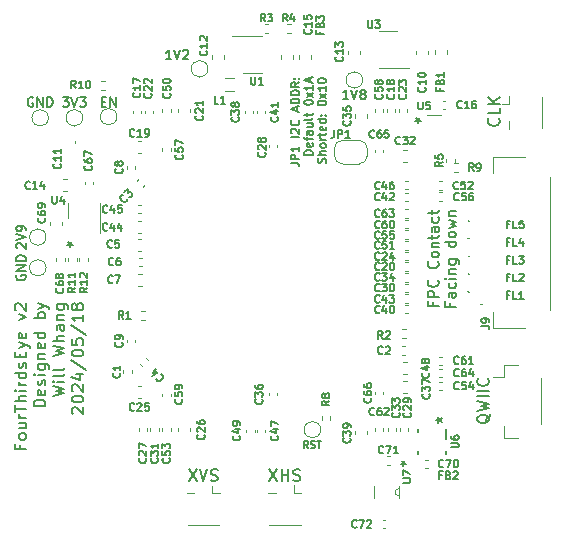
<source format=gbr>
G04 #@! TF.GenerationSoftware,KiCad,Pcbnew,(6.0.9)*
G04 #@! TF.CreationDate,2024-05-21T19:31:49-07:00*
G04 #@! TF.ProjectId,IMX294_MIPI_Breakout_Small,494d5832-3934-45f4-9d49-50495f427265,rev?*
G04 #@! TF.SameCoordinates,Original*
G04 #@! TF.FileFunction,Legend,Top*
G04 #@! TF.FilePolarity,Positive*
%FSLAX46Y46*%
G04 Gerber Fmt 4.6, Leading zero omitted, Abs format (unit mm)*
G04 Created by KiCad (PCBNEW (6.0.9)) date 2024-05-21 19:31:49*
%MOMM*%
%LPD*%
G01*
G04 APERTURE LIST*
%ADD10C,0.150000*%
%ADD11C,0.200000*%
%ADD12C,0.175000*%
%ADD13C,0.100000*%
%ADD14C,0.120000*%
%ADD15C,0.152400*%
G04 APERTURE END LIST*
D10*
X156050000Y-113947619D02*
X156050000Y-113709523D01*
X156288095Y-113804761D02*
X156050000Y-113709523D01*
X155811904Y-113804761D01*
X156192857Y-113519047D02*
X156050000Y-113709523D01*
X155907142Y-113519047D01*
D11*
X144691666Y-114252380D02*
X145358333Y-115252380D01*
X145358333Y-114252380D02*
X144691666Y-115252380D01*
X145739285Y-115252380D02*
X145739285Y-114252380D01*
X145739285Y-114728571D02*
X146310714Y-114728571D01*
X146310714Y-115252380D02*
X146310714Y-114252380D01*
X146739285Y-115204761D02*
X146882142Y-115252380D01*
X147120238Y-115252380D01*
X147215476Y-115204761D01*
X147263095Y-115157142D01*
X147310714Y-115061904D01*
X147310714Y-114966666D01*
X147263095Y-114871428D01*
X147215476Y-114823809D01*
X147120238Y-114776190D01*
X146929761Y-114728571D01*
X146834523Y-114680952D01*
X146786904Y-114633333D01*
X146739285Y-114538095D01*
X146739285Y-114442857D01*
X146786904Y-114347619D01*
X146834523Y-114300000D01*
X146929761Y-114252380D01*
X147167857Y-114252380D01*
X147310714Y-114300000D01*
D12*
X123338095Y-95552380D02*
X123300000Y-95514285D01*
X123261904Y-95438095D01*
X123261904Y-95247619D01*
X123300000Y-95171428D01*
X123338095Y-95133333D01*
X123414285Y-95095238D01*
X123490476Y-95095238D01*
X123604761Y-95133333D01*
X124061904Y-95590476D01*
X124061904Y-95095238D01*
X123261904Y-94866666D02*
X124061904Y-94600000D01*
X123261904Y-94333333D01*
X124061904Y-94028571D02*
X124061904Y-93876190D01*
X124023809Y-93800000D01*
X123985714Y-93761904D01*
X123871428Y-93685714D01*
X123719047Y-93647619D01*
X123414285Y-93647619D01*
X123338095Y-93685714D01*
X123300000Y-93723809D01*
X123261904Y-93800000D01*
X123261904Y-93952380D01*
X123300000Y-94028571D01*
X123338095Y-94066666D01*
X123414285Y-94104761D01*
X123604761Y-94104761D01*
X123680952Y-94066666D01*
X123719047Y-94028571D01*
X123757142Y-93952380D01*
X123757142Y-93800000D01*
X123719047Y-93723809D01*
X123680952Y-93685714D01*
X123604761Y-93647619D01*
D11*
X123613571Y-112220476D02*
X123613571Y-112553809D01*
X124137380Y-112553809D02*
X123137380Y-112553809D01*
X123137380Y-112077619D01*
X124137380Y-111553809D02*
X124089761Y-111649047D01*
X124042142Y-111696666D01*
X123946904Y-111744285D01*
X123661190Y-111744285D01*
X123565952Y-111696666D01*
X123518333Y-111649047D01*
X123470714Y-111553809D01*
X123470714Y-111410952D01*
X123518333Y-111315714D01*
X123565952Y-111268095D01*
X123661190Y-111220476D01*
X123946904Y-111220476D01*
X124042142Y-111268095D01*
X124089761Y-111315714D01*
X124137380Y-111410952D01*
X124137380Y-111553809D01*
X123470714Y-110363333D02*
X124137380Y-110363333D01*
X123470714Y-110791904D02*
X123994523Y-110791904D01*
X124089761Y-110744285D01*
X124137380Y-110649047D01*
X124137380Y-110506190D01*
X124089761Y-110410952D01*
X124042142Y-110363333D01*
X124137380Y-109887142D02*
X123470714Y-109887142D01*
X123661190Y-109887142D02*
X123565952Y-109839523D01*
X123518333Y-109791904D01*
X123470714Y-109696666D01*
X123470714Y-109601428D01*
X123137380Y-109410952D02*
X123137380Y-108839523D01*
X124137380Y-109125238D02*
X123137380Y-109125238D01*
X124137380Y-108506190D02*
X123137380Y-108506190D01*
X124137380Y-108077619D02*
X123613571Y-108077619D01*
X123518333Y-108125238D01*
X123470714Y-108220476D01*
X123470714Y-108363333D01*
X123518333Y-108458571D01*
X123565952Y-108506190D01*
X124137380Y-107601428D02*
X123470714Y-107601428D01*
X123137380Y-107601428D02*
X123185000Y-107649047D01*
X123232619Y-107601428D01*
X123185000Y-107553809D01*
X123137380Y-107601428D01*
X123232619Y-107601428D01*
X124137380Y-107125238D02*
X123470714Y-107125238D01*
X123661190Y-107125238D02*
X123565952Y-107077619D01*
X123518333Y-107030000D01*
X123470714Y-106934761D01*
X123470714Y-106839523D01*
X124137380Y-106077619D02*
X123137380Y-106077619D01*
X124089761Y-106077619D02*
X124137380Y-106172857D01*
X124137380Y-106363333D01*
X124089761Y-106458571D01*
X124042142Y-106506190D01*
X123946904Y-106553809D01*
X123661190Y-106553809D01*
X123565952Y-106506190D01*
X123518333Y-106458571D01*
X123470714Y-106363333D01*
X123470714Y-106172857D01*
X123518333Y-106077619D01*
X124089761Y-105649047D02*
X124137380Y-105553809D01*
X124137380Y-105363333D01*
X124089761Y-105268095D01*
X123994523Y-105220476D01*
X123946904Y-105220476D01*
X123851666Y-105268095D01*
X123804047Y-105363333D01*
X123804047Y-105506190D01*
X123756428Y-105601428D01*
X123661190Y-105649047D01*
X123613571Y-105649047D01*
X123518333Y-105601428D01*
X123470714Y-105506190D01*
X123470714Y-105363333D01*
X123518333Y-105268095D01*
X123613571Y-104791904D02*
X123613571Y-104458571D01*
X124137380Y-104315714D02*
X124137380Y-104791904D01*
X123137380Y-104791904D01*
X123137380Y-104315714D01*
X123470714Y-103982380D02*
X124137380Y-103744285D01*
X123470714Y-103506190D02*
X124137380Y-103744285D01*
X124375476Y-103839523D01*
X124423095Y-103887142D01*
X124470714Y-103982380D01*
X124089761Y-102744285D02*
X124137380Y-102839523D01*
X124137380Y-103030000D01*
X124089761Y-103125238D01*
X123994523Y-103172857D01*
X123613571Y-103172857D01*
X123518333Y-103125238D01*
X123470714Y-103030000D01*
X123470714Y-102839523D01*
X123518333Y-102744285D01*
X123613571Y-102696666D01*
X123708809Y-102696666D01*
X123804047Y-103172857D01*
X123470714Y-101601428D02*
X124137380Y-101363333D01*
X123470714Y-101125238D01*
X123232619Y-100791904D02*
X123185000Y-100744285D01*
X123137380Y-100649047D01*
X123137380Y-100410952D01*
X123185000Y-100315714D01*
X123232619Y-100268095D01*
X123327857Y-100220476D01*
X123423095Y-100220476D01*
X123565952Y-100268095D01*
X124137380Y-100839523D01*
X124137380Y-100220476D01*
X125747380Y-108934761D02*
X124747380Y-108934761D01*
X124747380Y-108696666D01*
X124795000Y-108553809D01*
X124890238Y-108458571D01*
X124985476Y-108410952D01*
X125175952Y-108363333D01*
X125318809Y-108363333D01*
X125509285Y-108410952D01*
X125604523Y-108458571D01*
X125699761Y-108553809D01*
X125747380Y-108696666D01*
X125747380Y-108934761D01*
X125699761Y-107553809D02*
X125747380Y-107649047D01*
X125747380Y-107839523D01*
X125699761Y-107934761D01*
X125604523Y-107982380D01*
X125223571Y-107982380D01*
X125128333Y-107934761D01*
X125080714Y-107839523D01*
X125080714Y-107649047D01*
X125128333Y-107553809D01*
X125223571Y-107506190D01*
X125318809Y-107506190D01*
X125414047Y-107982380D01*
X125699761Y-107125238D02*
X125747380Y-107029999D01*
X125747380Y-106839523D01*
X125699761Y-106744285D01*
X125604523Y-106696666D01*
X125556904Y-106696666D01*
X125461666Y-106744285D01*
X125414047Y-106839523D01*
X125414047Y-106982380D01*
X125366428Y-107077619D01*
X125271190Y-107125238D01*
X125223571Y-107125238D01*
X125128333Y-107077619D01*
X125080714Y-106982380D01*
X125080714Y-106839523D01*
X125128333Y-106744285D01*
X125747380Y-106268095D02*
X125080714Y-106268095D01*
X124747380Y-106268095D02*
X124795000Y-106315714D01*
X124842619Y-106268095D01*
X124795000Y-106220476D01*
X124747380Y-106268095D01*
X124842619Y-106268095D01*
X125080714Y-105363333D02*
X125890238Y-105363333D01*
X125985476Y-105410952D01*
X126033095Y-105458571D01*
X126080714Y-105553809D01*
X126080714Y-105696666D01*
X126033095Y-105791904D01*
X125699761Y-105363333D02*
X125747380Y-105458571D01*
X125747380Y-105649047D01*
X125699761Y-105744285D01*
X125652142Y-105791904D01*
X125556904Y-105839523D01*
X125271190Y-105839523D01*
X125175952Y-105791904D01*
X125128333Y-105744285D01*
X125080714Y-105649047D01*
X125080714Y-105458571D01*
X125128333Y-105363333D01*
X125080714Y-104887142D02*
X125747380Y-104887142D01*
X125175952Y-104887142D02*
X125128333Y-104839523D01*
X125080714Y-104744285D01*
X125080714Y-104601428D01*
X125128333Y-104506190D01*
X125223571Y-104458571D01*
X125747380Y-104458571D01*
X125699761Y-103601428D02*
X125747380Y-103696666D01*
X125747380Y-103887142D01*
X125699761Y-103982380D01*
X125604523Y-104029999D01*
X125223571Y-104029999D01*
X125128333Y-103982380D01*
X125080714Y-103887142D01*
X125080714Y-103696666D01*
X125128333Y-103601428D01*
X125223571Y-103553809D01*
X125318809Y-103553809D01*
X125414047Y-104029999D01*
X125747380Y-102696666D02*
X124747380Y-102696666D01*
X125699761Y-102696666D02*
X125747380Y-102791904D01*
X125747380Y-102982380D01*
X125699761Y-103077619D01*
X125652142Y-103125238D01*
X125556904Y-103172857D01*
X125271190Y-103172857D01*
X125175952Y-103125238D01*
X125128333Y-103077619D01*
X125080714Y-102982380D01*
X125080714Y-102791904D01*
X125128333Y-102696666D01*
X125747380Y-101458571D02*
X124747380Y-101458571D01*
X125128333Y-101458571D02*
X125080714Y-101363333D01*
X125080714Y-101172857D01*
X125128333Y-101077619D01*
X125175952Y-101029999D01*
X125271190Y-100982380D01*
X125556904Y-100982380D01*
X125652142Y-101029999D01*
X125699761Y-101077619D01*
X125747380Y-101172857D01*
X125747380Y-101363333D01*
X125699761Y-101458571D01*
X125080714Y-100649047D02*
X125747380Y-100410952D01*
X125080714Y-100172857D02*
X125747380Y-100410952D01*
X125985476Y-100506190D01*
X126033095Y-100553809D01*
X126080714Y-100649047D01*
X126357380Y-108077619D02*
X127357380Y-107839523D01*
X126643095Y-107649047D01*
X127357380Y-107458571D01*
X126357380Y-107220476D01*
X127357380Y-106839523D02*
X126690714Y-106839523D01*
X126357380Y-106839523D02*
X126405000Y-106887142D01*
X126452619Y-106839523D01*
X126405000Y-106791904D01*
X126357380Y-106839523D01*
X126452619Y-106839523D01*
X127357380Y-106220476D02*
X127309761Y-106315714D01*
X127214523Y-106363333D01*
X126357380Y-106363333D01*
X127357380Y-105696666D02*
X127309761Y-105791904D01*
X127214523Y-105839523D01*
X126357380Y-105839523D01*
X126357380Y-104649047D02*
X127357380Y-104410952D01*
X126643095Y-104220476D01*
X127357380Y-104030000D01*
X126357380Y-103791904D01*
X127357380Y-103410952D02*
X126357380Y-103410952D01*
X127357380Y-102982380D02*
X126833571Y-102982380D01*
X126738333Y-103030000D01*
X126690714Y-103125238D01*
X126690714Y-103268095D01*
X126738333Y-103363333D01*
X126785952Y-103410952D01*
X127357380Y-102077619D02*
X126833571Y-102077619D01*
X126738333Y-102125238D01*
X126690714Y-102220476D01*
X126690714Y-102410952D01*
X126738333Y-102506190D01*
X127309761Y-102077619D02*
X127357380Y-102172857D01*
X127357380Y-102410952D01*
X127309761Y-102506190D01*
X127214523Y-102553809D01*
X127119285Y-102553809D01*
X127024047Y-102506190D01*
X126976428Y-102410952D01*
X126976428Y-102172857D01*
X126928809Y-102077619D01*
X126690714Y-101601428D02*
X127357380Y-101601428D01*
X126785952Y-101601428D02*
X126738333Y-101553809D01*
X126690714Y-101458571D01*
X126690714Y-101315714D01*
X126738333Y-101220476D01*
X126833571Y-101172857D01*
X127357380Y-101172857D01*
X126690714Y-100268095D02*
X127500238Y-100268095D01*
X127595476Y-100315714D01*
X127643095Y-100363333D01*
X127690714Y-100458571D01*
X127690714Y-100601428D01*
X127643095Y-100696666D01*
X127309761Y-100268095D02*
X127357380Y-100363333D01*
X127357380Y-100553809D01*
X127309761Y-100649047D01*
X127262142Y-100696666D01*
X127166904Y-100744285D01*
X126881190Y-100744285D01*
X126785952Y-100696666D01*
X126738333Y-100649047D01*
X126690714Y-100553809D01*
X126690714Y-100363333D01*
X126738333Y-100268095D01*
X128062619Y-109553809D02*
X128015000Y-109506190D01*
X127967380Y-109410952D01*
X127967380Y-109172857D01*
X128015000Y-109077619D01*
X128062619Y-109030000D01*
X128157857Y-108982380D01*
X128253095Y-108982380D01*
X128395952Y-109030000D01*
X128967380Y-109601428D01*
X128967380Y-108982380D01*
X127967380Y-108363333D02*
X127967380Y-108268095D01*
X128015000Y-108172857D01*
X128062619Y-108125238D01*
X128157857Y-108077619D01*
X128348333Y-108030000D01*
X128586428Y-108030000D01*
X128776904Y-108077619D01*
X128872142Y-108125238D01*
X128919761Y-108172857D01*
X128967380Y-108268095D01*
X128967380Y-108363333D01*
X128919761Y-108458571D01*
X128872142Y-108506190D01*
X128776904Y-108553809D01*
X128586428Y-108601428D01*
X128348333Y-108601428D01*
X128157857Y-108553809D01*
X128062619Y-108506190D01*
X128015000Y-108458571D01*
X127967380Y-108363333D01*
X128062619Y-107649047D02*
X128015000Y-107601428D01*
X127967380Y-107506190D01*
X127967380Y-107268095D01*
X128015000Y-107172857D01*
X128062619Y-107125238D01*
X128157857Y-107077619D01*
X128253095Y-107077619D01*
X128395952Y-107125238D01*
X128967380Y-107696666D01*
X128967380Y-107077619D01*
X128300714Y-106220476D02*
X128967380Y-106220476D01*
X127919761Y-106458571D02*
X128634047Y-106696666D01*
X128634047Y-106077619D01*
X127919761Y-104982380D02*
X129205476Y-105839523D01*
X127967380Y-104458571D02*
X127967380Y-104363333D01*
X128015000Y-104268095D01*
X128062619Y-104220476D01*
X128157857Y-104172857D01*
X128348333Y-104125238D01*
X128586428Y-104125238D01*
X128776904Y-104172857D01*
X128872142Y-104220476D01*
X128919761Y-104268095D01*
X128967380Y-104363333D01*
X128967380Y-104458571D01*
X128919761Y-104553809D01*
X128872142Y-104601428D01*
X128776904Y-104649047D01*
X128586428Y-104696666D01*
X128348333Y-104696666D01*
X128157857Y-104649047D01*
X128062619Y-104601428D01*
X128015000Y-104553809D01*
X127967380Y-104458571D01*
X127967380Y-103220476D02*
X127967380Y-103696666D01*
X128443571Y-103744285D01*
X128395952Y-103696666D01*
X128348333Y-103601428D01*
X128348333Y-103363333D01*
X128395952Y-103268095D01*
X128443571Y-103220476D01*
X128538809Y-103172857D01*
X128776904Y-103172857D01*
X128872142Y-103220476D01*
X128919761Y-103268095D01*
X128967380Y-103363333D01*
X128967380Y-103601428D01*
X128919761Y-103696666D01*
X128872142Y-103744285D01*
X127919761Y-102030000D02*
X129205476Y-102887142D01*
X128967380Y-101172857D02*
X128967380Y-101744285D01*
X128967380Y-101458571D02*
X127967380Y-101458571D01*
X128110238Y-101553809D01*
X128205476Y-101649047D01*
X128253095Y-101744285D01*
X128395952Y-100601428D02*
X128348333Y-100696666D01*
X128300714Y-100744285D01*
X128205476Y-100791904D01*
X128157857Y-100791904D01*
X128062619Y-100744285D01*
X128015000Y-100696666D01*
X127967380Y-100601428D01*
X127967380Y-100410952D01*
X128015000Y-100315714D01*
X128062619Y-100268095D01*
X128157857Y-100220476D01*
X128205476Y-100220476D01*
X128300714Y-100268095D01*
X128348333Y-100315714D01*
X128395952Y-100410952D01*
X128395952Y-100601428D01*
X128443571Y-100696666D01*
X128491190Y-100744285D01*
X128586428Y-100791904D01*
X128776904Y-100791904D01*
X128872142Y-100744285D01*
X128919761Y-100696666D01*
X128967380Y-100601428D01*
X128967380Y-100410952D01*
X128919761Y-100315714D01*
X128872142Y-100268095D01*
X128776904Y-100220476D01*
X128586428Y-100220476D01*
X128491190Y-100268095D01*
X128443571Y-100315714D01*
X128395952Y-100410952D01*
D12*
X146539666Y-88347083D02*
X147039666Y-88347083D01*
X147139666Y-88380416D01*
X147206333Y-88447083D01*
X147239666Y-88547083D01*
X147239666Y-88613750D01*
X147239666Y-88013750D02*
X146539666Y-88013750D01*
X146539666Y-87747083D01*
X146573000Y-87680416D01*
X146606333Y-87647083D01*
X146673000Y-87613750D01*
X146773000Y-87613750D01*
X146839666Y-87647083D01*
X146873000Y-87680416D01*
X146906333Y-87747083D01*
X146906333Y-88013750D01*
X147239666Y-86947083D02*
X147239666Y-87347083D01*
X147239666Y-87147083D02*
X146539666Y-87147083D01*
X146639666Y-87213750D01*
X146706333Y-87280416D01*
X146739666Y-87347083D01*
X147239666Y-86113750D02*
X146539666Y-86113750D01*
X146606333Y-85813750D02*
X146573000Y-85780416D01*
X146539666Y-85713750D01*
X146539666Y-85547083D01*
X146573000Y-85480416D01*
X146606333Y-85447083D01*
X146673000Y-85413750D01*
X146739666Y-85413750D01*
X146839666Y-85447083D01*
X147239666Y-85847083D01*
X147239666Y-85413750D01*
X147173000Y-84713750D02*
X147206333Y-84747083D01*
X147239666Y-84847083D01*
X147239666Y-84913750D01*
X147206333Y-85013750D01*
X147139666Y-85080416D01*
X147073000Y-85113750D01*
X146939666Y-85147083D01*
X146839666Y-85147083D01*
X146706333Y-85113750D01*
X146639666Y-85080416D01*
X146573000Y-85013750D01*
X146539666Y-84913750D01*
X146539666Y-84847083D01*
X146573000Y-84747083D01*
X146606333Y-84713750D01*
X147039666Y-83913750D02*
X147039666Y-83580416D01*
X147239666Y-83980416D02*
X146539666Y-83747083D01*
X147239666Y-83513750D01*
X147239666Y-83280416D02*
X146539666Y-83280416D01*
X146539666Y-83113750D01*
X146573000Y-83013750D01*
X146639666Y-82947083D01*
X146706333Y-82913750D01*
X146839666Y-82880416D01*
X146939666Y-82880416D01*
X147073000Y-82913750D01*
X147139666Y-82947083D01*
X147206333Y-83013750D01*
X147239666Y-83113750D01*
X147239666Y-83280416D01*
X147239666Y-82580416D02*
X146539666Y-82580416D01*
X146539666Y-82413750D01*
X146573000Y-82313750D01*
X146639666Y-82247083D01*
X146706333Y-82213750D01*
X146839666Y-82180416D01*
X146939666Y-82180416D01*
X147073000Y-82213750D01*
X147139666Y-82247083D01*
X147206333Y-82313750D01*
X147239666Y-82413750D01*
X147239666Y-82580416D01*
X147239666Y-81480416D02*
X146906333Y-81713750D01*
X147239666Y-81880416D02*
X146539666Y-81880416D01*
X146539666Y-81613750D01*
X146573000Y-81547083D01*
X146606333Y-81513750D01*
X146673000Y-81480416D01*
X146773000Y-81480416D01*
X146839666Y-81513750D01*
X146873000Y-81547083D01*
X146906333Y-81613750D01*
X146906333Y-81880416D01*
X147173000Y-81180416D02*
X147206333Y-81147083D01*
X147239666Y-81180416D01*
X147206333Y-81213750D01*
X147173000Y-81180416D01*
X147239666Y-81180416D01*
X146806333Y-81180416D02*
X146839666Y-81147083D01*
X146873000Y-81180416D01*
X146839666Y-81213750D01*
X146806333Y-81180416D01*
X146873000Y-81180416D01*
X148366666Y-87613750D02*
X147666666Y-87613750D01*
X147666666Y-87447083D01*
X147700000Y-87347083D01*
X147766666Y-87280416D01*
X147833333Y-87247083D01*
X147966666Y-87213750D01*
X148066666Y-87213750D01*
X148200000Y-87247083D01*
X148266666Y-87280416D01*
X148333333Y-87347083D01*
X148366666Y-87447083D01*
X148366666Y-87613750D01*
X148333333Y-86647083D02*
X148366666Y-86713750D01*
X148366666Y-86847083D01*
X148333333Y-86913750D01*
X148266666Y-86947083D01*
X148000000Y-86947083D01*
X147933333Y-86913750D01*
X147900000Y-86847083D01*
X147900000Y-86713750D01*
X147933333Y-86647083D01*
X148000000Y-86613750D01*
X148066666Y-86613750D01*
X148133333Y-86947083D01*
X147900000Y-86413750D02*
X147900000Y-86147083D01*
X148366666Y-86313750D02*
X147766666Y-86313750D01*
X147700000Y-86280416D01*
X147666666Y-86213750D01*
X147666666Y-86147083D01*
X148366666Y-85613750D02*
X148000000Y-85613750D01*
X147933333Y-85647083D01*
X147900000Y-85713750D01*
X147900000Y-85847083D01*
X147933333Y-85913750D01*
X148333333Y-85613750D02*
X148366666Y-85680416D01*
X148366666Y-85847083D01*
X148333333Y-85913750D01*
X148266666Y-85947083D01*
X148200000Y-85947083D01*
X148133333Y-85913750D01*
X148100000Y-85847083D01*
X148100000Y-85680416D01*
X148066666Y-85613750D01*
X147900000Y-84980416D02*
X148366666Y-84980416D01*
X147900000Y-85280416D02*
X148266666Y-85280416D01*
X148333333Y-85247083D01*
X148366666Y-85180416D01*
X148366666Y-85080416D01*
X148333333Y-85013750D01*
X148300000Y-84980416D01*
X148366666Y-84547083D02*
X148333333Y-84613750D01*
X148266666Y-84647083D01*
X147666666Y-84647083D01*
X147900000Y-84380416D02*
X147900000Y-84113750D01*
X147666666Y-84280416D02*
X148266666Y-84280416D01*
X148333333Y-84247083D01*
X148366666Y-84180416D01*
X148366666Y-84113750D01*
X147666666Y-83213750D02*
X147666666Y-83147083D01*
X147700000Y-83080416D01*
X147733333Y-83047083D01*
X147800000Y-83013750D01*
X147933333Y-82980416D01*
X148100000Y-82980416D01*
X148233333Y-83013750D01*
X148300000Y-83047083D01*
X148333333Y-83080416D01*
X148366666Y-83147083D01*
X148366666Y-83213750D01*
X148333333Y-83280416D01*
X148300000Y-83313750D01*
X148233333Y-83347083D01*
X148100000Y-83380416D01*
X147933333Y-83380416D01*
X147800000Y-83347083D01*
X147733333Y-83313750D01*
X147700000Y-83280416D01*
X147666666Y-83213750D01*
X148366666Y-82747083D02*
X147900000Y-82380416D01*
X147900000Y-82747083D02*
X148366666Y-82380416D01*
X148366666Y-81747083D02*
X148366666Y-82147083D01*
X148366666Y-81947083D02*
X147666666Y-81947083D01*
X147766666Y-82013750D01*
X147833333Y-82080416D01*
X147866666Y-82147083D01*
X148166666Y-81480416D02*
X148166666Y-81147083D01*
X148366666Y-81547083D02*
X147666666Y-81313750D01*
X148366666Y-81080416D01*
X149460333Y-88313750D02*
X149493666Y-88213750D01*
X149493666Y-88047083D01*
X149460333Y-87980416D01*
X149427000Y-87947083D01*
X149360333Y-87913750D01*
X149293666Y-87913750D01*
X149227000Y-87947083D01*
X149193666Y-87980416D01*
X149160333Y-88047083D01*
X149127000Y-88180416D01*
X149093666Y-88247083D01*
X149060333Y-88280416D01*
X148993666Y-88313750D01*
X148927000Y-88313750D01*
X148860333Y-88280416D01*
X148827000Y-88247083D01*
X148793666Y-88180416D01*
X148793666Y-88013750D01*
X148827000Y-87913750D01*
X149493666Y-87613750D02*
X148793666Y-87613750D01*
X149493666Y-87313750D02*
X149127000Y-87313750D01*
X149060333Y-87347083D01*
X149027000Y-87413750D01*
X149027000Y-87513750D01*
X149060333Y-87580416D01*
X149093666Y-87613750D01*
X149493666Y-86880416D02*
X149460333Y-86947083D01*
X149427000Y-86980416D01*
X149360333Y-87013750D01*
X149160333Y-87013750D01*
X149093666Y-86980416D01*
X149060333Y-86947083D01*
X149027000Y-86880416D01*
X149027000Y-86780416D01*
X149060333Y-86713750D01*
X149093666Y-86680416D01*
X149160333Y-86647083D01*
X149360333Y-86647083D01*
X149427000Y-86680416D01*
X149460333Y-86713750D01*
X149493666Y-86780416D01*
X149493666Y-86880416D01*
X149493666Y-86347083D02*
X149027000Y-86347083D01*
X149160333Y-86347083D02*
X149093666Y-86313750D01*
X149060333Y-86280416D01*
X149027000Y-86213750D01*
X149027000Y-86147083D01*
X149027000Y-86013750D02*
X149027000Y-85747083D01*
X148793666Y-85913750D02*
X149393666Y-85913750D01*
X149460333Y-85880416D01*
X149493666Y-85813750D01*
X149493666Y-85747083D01*
X149460333Y-85247083D02*
X149493666Y-85313750D01*
X149493666Y-85447083D01*
X149460333Y-85513750D01*
X149393666Y-85547083D01*
X149127000Y-85547083D01*
X149060333Y-85513750D01*
X149027000Y-85447083D01*
X149027000Y-85313750D01*
X149060333Y-85247083D01*
X149127000Y-85213750D01*
X149193666Y-85213750D01*
X149260333Y-85547083D01*
X149493666Y-84613750D02*
X148793666Y-84613750D01*
X149460333Y-84613750D02*
X149493666Y-84680416D01*
X149493666Y-84813750D01*
X149460333Y-84880416D01*
X149427000Y-84913750D01*
X149360333Y-84947083D01*
X149160333Y-84947083D01*
X149093666Y-84913750D01*
X149060333Y-84880416D01*
X149027000Y-84813750D01*
X149027000Y-84680416D01*
X149060333Y-84613750D01*
X149427000Y-84280416D02*
X149460333Y-84247083D01*
X149493666Y-84280416D01*
X149460333Y-84313750D01*
X149427000Y-84280416D01*
X149493666Y-84280416D01*
X149060333Y-84280416D02*
X149093666Y-84247083D01*
X149127000Y-84280416D01*
X149093666Y-84313750D01*
X149060333Y-84280416D01*
X149127000Y-84280416D01*
X148793666Y-83280416D02*
X148793666Y-83213750D01*
X148827000Y-83147083D01*
X148860333Y-83113750D01*
X148927000Y-83080416D01*
X149060333Y-83047083D01*
X149227000Y-83047083D01*
X149360333Y-83080416D01*
X149427000Y-83113750D01*
X149460333Y-83147083D01*
X149493666Y-83213750D01*
X149493666Y-83280416D01*
X149460333Y-83347083D01*
X149427000Y-83380416D01*
X149360333Y-83413750D01*
X149227000Y-83447083D01*
X149060333Y-83447083D01*
X148927000Y-83413750D01*
X148860333Y-83380416D01*
X148827000Y-83347083D01*
X148793666Y-83280416D01*
X149493666Y-82813750D02*
X149027000Y-82447083D01*
X149027000Y-82813750D02*
X149493666Y-82447083D01*
X149493666Y-81813750D02*
X149493666Y-82213750D01*
X149493666Y-82013750D02*
X148793666Y-82013750D01*
X148893666Y-82080416D01*
X148960333Y-82147083D01*
X148993666Y-82213750D01*
X148793666Y-81380416D02*
X148793666Y-81313750D01*
X148827000Y-81247083D01*
X148860333Y-81213750D01*
X148927000Y-81180416D01*
X149060333Y-81147083D01*
X149227000Y-81147083D01*
X149360333Y-81180416D01*
X149427000Y-81213750D01*
X149460333Y-81247083D01*
X149493666Y-81313750D01*
X149493666Y-81380416D01*
X149460333Y-81447083D01*
X149427000Y-81480416D01*
X149360333Y-81513750D01*
X149227000Y-81547083D01*
X149060333Y-81547083D01*
X148927000Y-81513750D01*
X148860333Y-81480416D01*
X148827000Y-81447083D01*
X148793666Y-81380416D01*
D10*
X157300000Y-84947619D02*
X157300000Y-84709523D01*
X157538095Y-84804761D02*
X157300000Y-84709523D01*
X157061904Y-84804761D01*
X157442857Y-84519047D02*
X157300000Y-84709523D01*
X157157142Y-84519047D01*
D12*
X136404761Y-79561904D02*
X135947619Y-79561904D01*
X136176190Y-79561904D02*
X136176190Y-78761904D01*
X136100000Y-78876190D01*
X136023809Y-78952380D01*
X135947619Y-78990476D01*
X136633333Y-78761904D02*
X136900000Y-79561904D01*
X137166666Y-78761904D01*
X137395238Y-78838095D02*
X137433333Y-78800000D01*
X137509523Y-78761904D01*
X137700000Y-78761904D01*
X137776190Y-78800000D01*
X137814285Y-78838095D01*
X137852380Y-78914285D01*
X137852380Y-78990476D01*
X137814285Y-79104761D01*
X137357142Y-79561904D01*
X137852380Y-79561904D01*
D10*
X127800000Y-95447619D02*
X127800000Y-95209523D01*
X128038095Y-95304761D02*
X127800000Y-95209523D01*
X127561904Y-95304761D01*
X127942857Y-95019047D02*
X127800000Y-95209523D01*
X127657142Y-95019047D01*
D11*
X163397619Y-109616666D02*
X163350000Y-109711904D01*
X163254761Y-109807142D01*
X163111904Y-109950000D01*
X163064285Y-110045238D01*
X163064285Y-110140476D01*
X163302380Y-110092857D02*
X163254761Y-110188095D01*
X163159523Y-110283333D01*
X162969047Y-110330952D01*
X162635714Y-110330952D01*
X162445238Y-110283333D01*
X162350000Y-110188095D01*
X162302380Y-110092857D01*
X162302380Y-109902380D01*
X162350000Y-109807142D01*
X162445238Y-109711904D01*
X162635714Y-109664285D01*
X162969047Y-109664285D01*
X163159523Y-109711904D01*
X163254761Y-109807142D01*
X163302380Y-109902380D01*
X163302380Y-110092857D01*
X162302380Y-109330952D02*
X163302380Y-109092857D01*
X162588095Y-108902380D01*
X163302380Y-108711904D01*
X162302380Y-108473809D01*
X163302380Y-108092857D02*
X162302380Y-108092857D01*
X163302380Y-107616666D02*
X162302380Y-107616666D01*
X163207142Y-106569047D02*
X163254761Y-106616666D01*
X163302380Y-106759523D01*
X163302380Y-106854761D01*
X163254761Y-106997619D01*
X163159523Y-107092857D01*
X163064285Y-107140476D01*
X162873809Y-107188095D01*
X162730952Y-107188095D01*
X162540476Y-107140476D01*
X162445238Y-107092857D01*
X162350000Y-106997619D01*
X162302380Y-106854761D01*
X162302380Y-106759523D01*
X162350000Y-106616666D01*
X162397619Y-106569047D01*
D12*
X151404761Y-82911904D02*
X150947619Y-82911904D01*
X151176190Y-82911904D02*
X151176190Y-82111904D01*
X151100000Y-82226190D01*
X151023809Y-82302380D01*
X150947619Y-82340476D01*
X151633333Y-82111904D02*
X151900000Y-82911904D01*
X152166666Y-82111904D01*
X152547619Y-82454761D02*
X152471428Y-82416666D01*
X152433333Y-82378571D01*
X152395238Y-82302380D01*
X152395238Y-82264285D01*
X152433333Y-82188095D01*
X152471428Y-82150000D01*
X152547619Y-82111904D01*
X152700000Y-82111904D01*
X152776190Y-82150000D01*
X152814285Y-82188095D01*
X152852380Y-82264285D01*
X152852380Y-82302380D01*
X152814285Y-82378571D01*
X152776190Y-82416666D01*
X152700000Y-82454761D01*
X152547619Y-82454761D01*
X152471428Y-82492857D01*
X152433333Y-82530952D01*
X152395238Y-82607142D01*
X152395238Y-82759523D01*
X152433333Y-82835714D01*
X152471428Y-82873809D01*
X152547619Y-82911904D01*
X152700000Y-82911904D01*
X152776190Y-82873809D01*
X152814285Y-82835714D01*
X152852380Y-82759523D01*
X152852380Y-82607142D01*
X152814285Y-82530952D01*
X152776190Y-82492857D01*
X152700000Y-82454761D01*
D11*
X164107142Y-84545238D02*
X164154761Y-84592857D01*
X164202380Y-84735714D01*
X164202380Y-84830952D01*
X164154761Y-84973809D01*
X164059523Y-85069047D01*
X163964285Y-85116666D01*
X163773809Y-85164285D01*
X163630952Y-85164285D01*
X163440476Y-85116666D01*
X163345238Y-85069047D01*
X163250000Y-84973809D01*
X163202380Y-84830952D01*
X163202380Y-84735714D01*
X163250000Y-84592857D01*
X163297619Y-84545238D01*
X164202380Y-83640476D02*
X164202380Y-84116666D01*
X163202380Y-84116666D01*
X164202380Y-83307142D02*
X163202380Y-83307142D01*
X164202380Y-82735714D02*
X163630952Y-83164285D01*
X163202380Y-82735714D02*
X163773809Y-83307142D01*
D12*
X123300000Y-97809523D02*
X123261904Y-97885714D01*
X123261904Y-98000000D01*
X123300000Y-98114285D01*
X123376190Y-98190476D01*
X123452380Y-98228571D01*
X123604761Y-98266666D01*
X123719047Y-98266666D01*
X123871428Y-98228571D01*
X123947619Y-98190476D01*
X124023809Y-98114285D01*
X124061904Y-98000000D01*
X124061904Y-97923809D01*
X124023809Y-97809523D01*
X123985714Y-97771428D01*
X123719047Y-97771428D01*
X123719047Y-97923809D01*
X124061904Y-97428571D02*
X123261904Y-97428571D01*
X124061904Y-96971428D01*
X123261904Y-96971428D01*
X124061904Y-96590476D02*
X123261904Y-96590476D01*
X123261904Y-96400000D01*
X123300000Y-96285714D01*
X123376190Y-96209523D01*
X123452380Y-96171428D01*
X123604761Y-96133333D01*
X123719047Y-96133333D01*
X123871428Y-96171428D01*
X123947619Y-96209523D01*
X124023809Y-96285714D01*
X124061904Y-96400000D01*
X124061904Y-96590476D01*
D10*
X147971428Y-112471428D02*
X147771428Y-112185714D01*
X147628571Y-112471428D02*
X147628571Y-111871428D01*
X147857142Y-111871428D01*
X147914285Y-111900000D01*
X147942857Y-111928571D01*
X147971428Y-111985714D01*
X147971428Y-112071428D01*
X147942857Y-112128571D01*
X147914285Y-112157142D01*
X147857142Y-112185714D01*
X147628571Y-112185714D01*
X148200000Y-112442857D02*
X148285714Y-112471428D01*
X148428571Y-112471428D01*
X148485714Y-112442857D01*
X148514285Y-112414285D01*
X148542857Y-112357142D01*
X148542857Y-112300000D01*
X148514285Y-112242857D01*
X148485714Y-112214285D01*
X148428571Y-112185714D01*
X148314285Y-112157142D01*
X148257142Y-112128571D01*
X148228571Y-112100000D01*
X148200000Y-112042857D01*
X148200000Y-111985714D01*
X148228571Y-111928571D01*
X148257142Y-111900000D01*
X148314285Y-111871428D01*
X148457142Y-111871428D01*
X148542857Y-111900000D01*
X148714285Y-111871428D02*
X149057142Y-111871428D01*
X148885714Y-112471428D02*
X148885714Y-111871428D01*
D11*
X158561214Y-100135714D02*
X158561214Y-100435714D01*
X159032642Y-100435714D02*
X158132642Y-100435714D01*
X158132642Y-100007142D01*
X159032642Y-99664285D02*
X158132642Y-99664285D01*
X158132642Y-99321428D01*
X158175500Y-99235714D01*
X158218357Y-99192857D01*
X158304071Y-99150000D01*
X158432642Y-99150000D01*
X158518357Y-99192857D01*
X158561214Y-99235714D01*
X158604071Y-99321428D01*
X158604071Y-99664285D01*
X158946928Y-98250000D02*
X158989785Y-98292857D01*
X159032642Y-98421428D01*
X159032642Y-98507142D01*
X158989785Y-98635714D01*
X158904071Y-98721428D01*
X158818357Y-98764285D01*
X158646928Y-98807142D01*
X158518357Y-98807142D01*
X158346928Y-98764285D01*
X158261214Y-98721428D01*
X158175500Y-98635714D01*
X158132642Y-98507142D01*
X158132642Y-98421428D01*
X158175500Y-98292857D01*
X158218357Y-98250000D01*
X158946928Y-96664285D02*
X158989785Y-96707142D01*
X159032642Y-96835714D01*
X159032642Y-96921428D01*
X158989785Y-97050000D01*
X158904071Y-97135714D01*
X158818357Y-97178571D01*
X158646928Y-97221428D01*
X158518357Y-97221428D01*
X158346928Y-97178571D01*
X158261214Y-97135714D01*
X158175500Y-97050000D01*
X158132642Y-96921428D01*
X158132642Y-96835714D01*
X158175500Y-96707142D01*
X158218357Y-96664285D01*
X159032642Y-96150000D02*
X158989785Y-96235714D01*
X158946928Y-96278571D01*
X158861214Y-96321428D01*
X158604071Y-96321428D01*
X158518357Y-96278571D01*
X158475500Y-96235714D01*
X158432642Y-96150000D01*
X158432642Y-96021428D01*
X158475500Y-95935714D01*
X158518357Y-95892857D01*
X158604071Y-95850000D01*
X158861214Y-95850000D01*
X158946928Y-95892857D01*
X158989785Y-95935714D01*
X159032642Y-96021428D01*
X159032642Y-96150000D01*
X158432642Y-95464285D02*
X159032642Y-95464285D01*
X158518357Y-95464285D02*
X158475500Y-95421428D01*
X158432642Y-95335714D01*
X158432642Y-95207142D01*
X158475500Y-95121428D01*
X158561214Y-95078571D01*
X159032642Y-95078571D01*
X158432642Y-94778571D02*
X158432642Y-94435714D01*
X158132642Y-94650000D02*
X158904071Y-94650000D01*
X158989785Y-94607142D01*
X159032642Y-94521428D01*
X159032642Y-94435714D01*
X159032642Y-93750000D02*
X158561214Y-93750000D01*
X158475500Y-93792857D01*
X158432642Y-93878571D01*
X158432642Y-94050000D01*
X158475500Y-94135714D01*
X158989785Y-93750000D02*
X159032642Y-93835714D01*
X159032642Y-94050000D01*
X158989785Y-94135714D01*
X158904071Y-94178571D01*
X158818357Y-94178571D01*
X158732642Y-94135714D01*
X158689785Y-94050000D01*
X158689785Y-93835714D01*
X158646928Y-93750000D01*
X158989785Y-92935714D02*
X159032642Y-93021428D01*
X159032642Y-93192857D01*
X158989785Y-93278571D01*
X158946928Y-93321428D01*
X158861214Y-93364285D01*
X158604071Y-93364285D01*
X158518357Y-93321428D01*
X158475500Y-93278571D01*
X158432642Y-93192857D01*
X158432642Y-93021428D01*
X158475500Y-92935714D01*
X158432642Y-92678571D02*
X158432642Y-92335714D01*
X158132642Y-92550000D02*
X158904071Y-92550000D01*
X158989785Y-92507142D01*
X159032642Y-92421428D01*
X159032642Y-92335714D01*
X160010214Y-100178571D02*
X160010214Y-100478571D01*
X160481642Y-100478571D02*
X159581642Y-100478571D01*
X159581642Y-100050000D01*
X160481642Y-99321428D02*
X160010214Y-99321428D01*
X159924500Y-99364285D01*
X159881642Y-99450000D01*
X159881642Y-99621428D01*
X159924500Y-99707142D01*
X160438785Y-99321428D02*
X160481642Y-99407142D01*
X160481642Y-99621428D01*
X160438785Y-99707142D01*
X160353071Y-99750000D01*
X160267357Y-99750000D01*
X160181642Y-99707142D01*
X160138785Y-99621428D01*
X160138785Y-99407142D01*
X160095928Y-99321428D01*
X160438785Y-98507142D02*
X160481642Y-98592857D01*
X160481642Y-98764285D01*
X160438785Y-98850000D01*
X160395928Y-98892857D01*
X160310214Y-98935714D01*
X160053071Y-98935714D01*
X159967357Y-98892857D01*
X159924500Y-98850000D01*
X159881642Y-98764285D01*
X159881642Y-98592857D01*
X159924500Y-98507142D01*
X160481642Y-98121428D02*
X159881642Y-98121428D01*
X159581642Y-98121428D02*
X159624500Y-98164285D01*
X159667357Y-98121428D01*
X159624500Y-98078571D01*
X159581642Y-98121428D01*
X159667357Y-98121428D01*
X159881642Y-97692857D02*
X160481642Y-97692857D01*
X159967357Y-97692857D02*
X159924500Y-97650000D01*
X159881642Y-97564285D01*
X159881642Y-97435714D01*
X159924500Y-97350000D01*
X160010214Y-97307142D01*
X160481642Y-97307142D01*
X159881642Y-96492857D02*
X160610214Y-96492857D01*
X160695928Y-96535714D01*
X160738785Y-96578571D01*
X160781642Y-96664285D01*
X160781642Y-96792857D01*
X160738785Y-96878571D01*
X160438785Y-96492857D02*
X160481642Y-96578571D01*
X160481642Y-96750000D01*
X160438785Y-96835714D01*
X160395928Y-96878571D01*
X160310214Y-96921428D01*
X160053071Y-96921428D01*
X159967357Y-96878571D01*
X159924500Y-96835714D01*
X159881642Y-96750000D01*
X159881642Y-96578571D01*
X159924500Y-96492857D01*
X160481642Y-94992857D02*
X159581642Y-94992857D01*
X160438785Y-94992857D02*
X160481642Y-95078571D01*
X160481642Y-95250000D01*
X160438785Y-95335714D01*
X160395928Y-95378571D01*
X160310214Y-95421428D01*
X160053071Y-95421428D01*
X159967357Y-95378571D01*
X159924500Y-95335714D01*
X159881642Y-95250000D01*
X159881642Y-95078571D01*
X159924500Y-94992857D01*
X160481642Y-94435714D02*
X160438785Y-94521428D01*
X160395928Y-94564285D01*
X160310214Y-94607142D01*
X160053071Y-94607142D01*
X159967357Y-94564285D01*
X159924500Y-94521428D01*
X159881642Y-94435714D01*
X159881642Y-94307142D01*
X159924500Y-94221428D01*
X159967357Y-94178571D01*
X160053071Y-94135714D01*
X160310214Y-94135714D01*
X160395928Y-94178571D01*
X160438785Y-94221428D01*
X160481642Y-94307142D01*
X160481642Y-94435714D01*
X159881642Y-93835714D02*
X160481642Y-93664285D01*
X160053071Y-93492857D01*
X160481642Y-93321428D01*
X159881642Y-93150000D01*
X159881642Y-92807142D02*
X160481642Y-92807142D01*
X159967357Y-92807142D02*
X159924500Y-92764285D01*
X159881642Y-92678571D01*
X159881642Y-92550000D01*
X159924500Y-92464285D01*
X160010214Y-92421428D01*
X160481642Y-92421428D01*
X137886904Y-114252380D02*
X138553571Y-115252380D01*
X138553571Y-114252380D02*
X137886904Y-115252380D01*
X138791666Y-114252380D02*
X139125000Y-115252380D01*
X139458333Y-114252380D01*
X139744047Y-115204761D02*
X139886904Y-115252380D01*
X140125000Y-115252380D01*
X140220238Y-115204761D01*
X140267857Y-115157142D01*
X140315476Y-115061904D01*
X140315476Y-114966666D01*
X140267857Y-114871428D01*
X140220238Y-114823809D01*
X140125000Y-114776190D01*
X139934523Y-114728571D01*
X139839285Y-114680952D01*
X139791666Y-114633333D01*
X139744047Y-114538095D01*
X139744047Y-114442857D01*
X139791666Y-114347619D01*
X139839285Y-114300000D01*
X139934523Y-114252380D01*
X140172619Y-114252380D01*
X140315476Y-114300000D01*
D12*
X124690476Y-82800000D02*
X124614285Y-82761904D01*
X124500000Y-82761904D01*
X124385714Y-82800000D01*
X124309523Y-82876190D01*
X124271428Y-82952380D01*
X124233333Y-83104761D01*
X124233333Y-83219047D01*
X124271428Y-83371428D01*
X124309523Y-83447619D01*
X124385714Y-83523809D01*
X124500000Y-83561904D01*
X124576190Y-83561904D01*
X124690476Y-83523809D01*
X124728571Y-83485714D01*
X124728571Y-83219047D01*
X124576190Y-83219047D01*
X125071428Y-83561904D02*
X125071428Y-82761904D01*
X125528571Y-83561904D01*
X125528571Y-82761904D01*
X125909523Y-83561904D02*
X125909523Y-82761904D01*
X126100000Y-82761904D01*
X126214285Y-82800000D01*
X126290476Y-82876190D01*
X126328571Y-82952380D01*
X126366666Y-83104761D01*
X126366666Y-83219047D01*
X126328571Y-83371428D01*
X126290476Y-83447619D01*
X126214285Y-83523809D01*
X126100000Y-83561904D01*
X125909523Y-83561904D01*
X127209523Y-82761904D02*
X127704761Y-82761904D01*
X127438095Y-83066666D01*
X127552380Y-83066666D01*
X127628571Y-83104761D01*
X127666666Y-83142857D01*
X127704761Y-83219047D01*
X127704761Y-83409523D01*
X127666666Y-83485714D01*
X127628571Y-83523809D01*
X127552380Y-83561904D01*
X127323809Y-83561904D01*
X127247619Y-83523809D01*
X127209523Y-83485714D01*
X127933333Y-82761904D02*
X128200000Y-83561904D01*
X128466666Y-82761904D01*
X128657142Y-82761904D02*
X129152380Y-82761904D01*
X128885714Y-83066666D01*
X129000000Y-83066666D01*
X129076190Y-83104761D01*
X129114285Y-83142857D01*
X129152380Y-83219047D01*
X129152380Y-83409523D01*
X129114285Y-83485714D01*
X129076190Y-83523809D01*
X129000000Y-83561904D01*
X128771428Y-83561904D01*
X128695238Y-83523809D01*
X128657142Y-83485714D01*
X130509523Y-83142857D02*
X130776190Y-83142857D01*
X130890476Y-83561904D02*
X130509523Y-83561904D01*
X130509523Y-82761904D01*
X130890476Y-82761904D01*
X131233333Y-83561904D02*
X131233333Y-82761904D01*
X131690476Y-83561904D01*
X131690476Y-82761904D01*
D10*
G04 #@! TO.C,FL4*
X165020238Y-95003571D02*
X164803571Y-95003571D01*
X164803571Y-95344047D02*
X164803571Y-94694047D01*
X165113095Y-94694047D01*
X165670238Y-95344047D02*
X165360714Y-95344047D01*
X165360714Y-94694047D01*
X166165476Y-94910714D02*
X166165476Y-95344047D01*
X166010714Y-94663095D02*
X165855952Y-95127380D01*
X166258333Y-95127380D01*
G04 #@! TO.C,R10*
X128307142Y-81994047D02*
X128090476Y-81684523D01*
X127935714Y-81994047D02*
X127935714Y-81344047D01*
X128183333Y-81344047D01*
X128245238Y-81375000D01*
X128276190Y-81405952D01*
X128307142Y-81467857D01*
X128307142Y-81560714D01*
X128276190Y-81622619D01*
X128245238Y-81653571D01*
X128183333Y-81684523D01*
X127935714Y-81684523D01*
X128926190Y-81994047D02*
X128554761Y-81994047D01*
X128740476Y-81994047D02*
X128740476Y-81344047D01*
X128678571Y-81436904D01*
X128616666Y-81498809D01*
X128554761Y-81529761D01*
X129328571Y-81344047D02*
X129390476Y-81344047D01*
X129452380Y-81375000D01*
X129483333Y-81405952D01*
X129514285Y-81467857D01*
X129545238Y-81591666D01*
X129545238Y-81746428D01*
X129514285Y-81870238D01*
X129483333Y-81932142D01*
X129452380Y-81963095D01*
X129390476Y-81994047D01*
X129328571Y-81994047D01*
X129266666Y-81963095D01*
X129235714Y-81932142D01*
X129204761Y-81870238D01*
X129173809Y-81746428D01*
X129173809Y-81591666D01*
X129204761Y-81467857D01*
X129235714Y-81405952D01*
X129266666Y-81375000D01*
X129328571Y-81344047D01*
G04 #@! TO.C,R12*
X129294047Y-98867857D02*
X128984523Y-99084523D01*
X129294047Y-99239285D02*
X128644047Y-99239285D01*
X128644047Y-98991666D01*
X128675000Y-98929761D01*
X128705952Y-98898809D01*
X128767857Y-98867857D01*
X128860714Y-98867857D01*
X128922619Y-98898809D01*
X128953571Y-98929761D01*
X128984523Y-98991666D01*
X128984523Y-99239285D01*
X129294047Y-98248809D02*
X129294047Y-98620238D01*
X129294047Y-98434523D02*
X128644047Y-98434523D01*
X128736904Y-98496428D01*
X128798809Y-98558333D01*
X128829761Y-98620238D01*
X128705952Y-98001190D02*
X128675000Y-97970238D01*
X128644047Y-97908333D01*
X128644047Y-97753571D01*
X128675000Y-97691666D01*
X128705952Y-97660714D01*
X128767857Y-97629761D01*
X128829761Y-97629761D01*
X128922619Y-97660714D01*
X129294047Y-98032142D01*
X129294047Y-97629761D01*
G04 #@! TO.C,U5*
X157304761Y-83144047D02*
X157304761Y-83670238D01*
X157335714Y-83732142D01*
X157366666Y-83763095D01*
X157428571Y-83794047D01*
X157552380Y-83794047D01*
X157614285Y-83763095D01*
X157645238Y-83732142D01*
X157676190Y-83670238D01*
X157676190Y-83144047D01*
X158295238Y-83144047D02*
X157985714Y-83144047D01*
X157954761Y-83453571D01*
X157985714Y-83422619D01*
X158047619Y-83391666D01*
X158202380Y-83391666D01*
X158264285Y-83422619D01*
X158295238Y-83453571D01*
X158326190Y-83515476D01*
X158326190Y-83670238D01*
X158295238Y-83732142D01*
X158264285Y-83763095D01*
X158202380Y-83794047D01*
X158047619Y-83794047D01*
X157985714Y-83763095D01*
X157954761Y-83732142D01*
G04 #@! TO.C,C1*
X132032142Y-106108333D02*
X132063095Y-106139285D01*
X132094047Y-106232142D01*
X132094047Y-106294047D01*
X132063095Y-106386904D01*
X132001190Y-106448809D01*
X131939285Y-106479761D01*
X131815476Y-106510714D01*
X131722619Y-106510714D01*
X131598809Y-106479761D01*
X131536904Y-106448809D01*
X131475000Y-106386904D01*
X131444047Y-106294047D01*
X131444047Y-106232142D01*
X131475000Y-106139285D01*
X131505952Y-106108333D01*
X132094047Y-105489285D02*
X132094047Y-105860714D01*
X132094047Y-105675000D02*
X131444047Y-105675000D01*
X131536904Y-105736904D01*
X131598809Y-105798809D01*
X131629761Y-105860714D01*
G04 #@! TO.C,C70*
X159432142Y-114032142D02*
X159401190Y-114063095D01*
X159308333Y-114094047D01*
X159246428Y-114094047D01*
X159153571Y-114063095D01*
X159091666Y-114001190D01*
X159060714Y-113939285D01*
X159029761Y-113815476D01*
X159029761Y-113722619D01*
X159060714Y-113598809D01*
X159091666Y-113536904D01*
X159153571Y-113475000D01*
X159246428Y-113444047D01*
X159308333Y-113444047D01*
X159401190Y-113475000D01*
X159432142Y-113505952D01*
X159648809Y-113444047D02*
X160082142Y-113444047D01*
X159803571Y-114094047D01*
X160453571Y-113444047D02*
X160515476Y-113444047D01*
X160577380Y-113475000D01*
X160608333Y-113505952D01*
X160639285Y-113567857D01*
X160670238Y-113691666D01*
X160670238Y-113846428D01*
X160639285Y-113970238D01*
X160608333Y-114032142D01*
X160577380Y-114063095D01*
X160515476Y-114094047D01*
X160453571Y-114094047D01*
X160391666Y-114063095D01*
X160360714Y-114032142D01*
X160329761Y-113970238D01*
X160298809Y-113846428D01*
X160298809Y-113691666D01*
X160329761Y-113567857D01*
X160360714Y-113505952D01*
X160391666Y-113475000D01*
X160453571Y-113444047D01*
G04 #@! TO.C,R3*
X144341666Y-76344047D02*
X144125000Y-76034523D01*
X143970238Y-76344047D02*
X143970238Y-75694047D01*
X144217857Y-75694047D01*
X144279761Y-75725000D01*
X144310714Y-75755952D01*
X144341666Y-75817857D01*
X144341666Y-75910714D01*
X144310714Y-75972619D01*
X144279761Y-76003571D01*
X144217857Y-76034523D01*
X143970238Y-76034523D01*
X144558333Y-75694047D02*
X144960714Y-75694047D01*
X144744047Y-75941666D01*
X144836904Y-75941666D01*
X144898809Y-75972619D01*
X144929761Y-76003571D01*
X144960714Y-76065476D01*
X144960714Y-76220238D01*
X144929761Y-76282142D01*
X144898809Y-76313095D01*
X144836904Y-76344047D01*
X144651190Y-76344047D01*
X144589285Y-76313095D01*
X144558333Y-76282142D01*
G04 #@! TO.C,C36*
X144072142Y-108317857D02*
X144103095Y-108348809D01*
X144134047Y-108441666D01*
X144134047Y-108503571D01*
X144103095Y-108596428D01*
X144041190Y-108658333D01*
X143979285Y-108689285D01*
X143855476Y-108720238D01*
X143762619Y-108720238D01*
X143638809Y-108689285D01*
X143576904Y-108658333D01*
X143515000Y-108596428D01*
X143484047Y-108503571D01*
X143484047Y-108441666D01*
X143515000Y-108348809D01*
X143545952Y-108317857D01*
X143484047Y-108101190D02*
X143484047Y-107698809D01*
X143731666Y-107915476D01*
X143731666Y-107822619D01*
X143762619Y-107760714D01*
X143793571Y-107729761D01*
X143855476Y-107698809D01*
X144010238Y-107698809D01*
X144072142Y-107729761D01*
X144103095Y-107760714D01*
X144134047Y-107822619D01*
X144134047Y-108008333D01*
X144103095Y-108070238D01*
X144072142Y-108101190D01*
X143484047Y-107141666D02*
X143484047Y-107265476D01*
X143515000Y-107327380D01*
X143545952Y-107358333D01*
X143638809Y-107420238D01*
X143762619Y-107451190D01*
X144010238Y-107451190D01*
X144072142Y-107420238D01*
X144103095Y-107389285D01*
X144134047Y-107327380D01*
X144134047Y-107203571D01*
X144103095Y-107141666D01*
X144072142Y-107110714D01*
X144010238Y-107079761D01*
X143855476Y-107079761D01*
X143793571Y-107110714D01*
X143762619Y-107141666D01*
X143731666Y-107203571D01*
X143731666Y-107327380D01*
X143762619Y-107389285D01*
X143793571Y-107420238D01*
X143855476Y-107451190D01*
G04 #@! TO.C,C41*
X145392142Y-84437857D02*
X145423095Y-84468809D01*
X145454047Y-84561666D01*
X145454047Y-84623571D01*
X145423095Y-84716428D01*
X145361190Y-84778333D01*
X145299285Y-84809285D01*
X145175476Y-84840238D01*
X145082619Y-84840238D01*
X144958809Y-84809285D01*
X144896904Y-84778333D01*
X144835000Y-84716428D01*
X144804047Y-84623571D01*
X144804047Y-84561666D01*
X144835000Y-84468809D01*
X144865952Y-84437857D01*
X145020714Y-83880714D02*
X145454047Y-83880714D01*
X144773095Y-84035476D02*
X145237380Y-84190238D01*
X145237380Y-83787857D01*
X145454047Y-83199761D02*
X145454047Y-83571190D01*
X145454047Y-83385476D02*
X144804047Y-83385476D01*
X144896904Y-83447380D01*
X144958809Y-83509285D01*
X144989761Y-83571190D01*
G04 #@! TO.C,C55*
X154032142Y-94682142D02*
X154001190Y-94713095D01*
X153908333Y-94744047D01*
X153846428Y-94744047D01*
X153753571Y-94713095D01*
X153691666Y-94651190D01*
X153660714Y-94589285D01*
X153629761Y-94465476D01*
X153629761Y-94372619D01*
X153660714Y-94248809D01*
X153691666Y-94186904D01*
X153753571Y-94125000D01*
X153846428Y-94094047D01*
X153908333Y-94094047D01*
X154001190Y-94125000D01*
X154032142Y-94155952D01*
X154620238Y-94094047D02*
X154310714Y-94094047D01*
X154279761Y-94403571D01*
X154310714Y-94372619D01*
X154372619Y-94341666D01*
X154527380Y-94341666D01*
X154589285Y-94372619D01*
X154620238Y-94403571D01*
X154651190Y-94465476D01*
X154651190Y-94620238D01*
X154620238Y-94682142D01*
X154589285Y-94713095D01*
X154527380Y-94744047D01*
X154372619Y-94744047D01*
X154310714Y-94713095D01*
X154279761Y-94682142D01*
X155239285Y-94094047D02*
X154929761Y-94094047D01*
X154898809Y-94403571D01*
X154929761Y-94372619D01*
X154991666Y-94341666D01*
X155146428Y-94341666D01*
X155208333Y-94372619D01*
X155239285Y-94403571D01*
X155270238Y-94465476D01*
X155270238Y-94620238D01*
X155239285Y-94682142D01*
X155208333Y-94713095D01*
X155146428Y-94744047D01*
X154991666Y-94744047D01*
X154929761Y-94713095D01*
X154898809Y-94682142D01*
G04 #@! TO.C,C53*
X136232142Y-113317857D02*
X136263095Y-113348809D01*
X136294047Y-113441666D01*
X136294047Y-113503571D01*
X136263095Y-113596428D01*
X136201190Y-113658333D01*
X136139285Y-113689285D01*
X136015476Y-113720238D01*
X135922619Y-113720238D01*
X135798809Y-113689285D01*
X135736904Y-113658333D01*
X135675000Y-113596428D01*
X135644047Y-113503571D01*
X135644047Y-113441666D01*
X135675000Y-113348809D01*
X135705952Y-113317857D01*
X135644047Y-112729761D02*
X135644047Y-113039285D01*
X135953571Y-113070238D01*
X135922619Y-113039285D01*
X135891666Y-112977380D01*
X135891666Y-112822619D01*
X135922619Y-112760714D01*
X135953571Y-112729761D01*
X136015476Y-112698809D01*
X136170238Y-112698809D01*
X136232142Y-112729761D01*
X136263095Y-112760714D01*
X136294047Y-112822619D01*
X136294047Y-112977380D01*
X136263095Y-113039285D01*
X136232142Y-113070238D01*
X135644047Y-112482142D02*
X135644047Y-112079761D01*
X135891666Y-112296428D01*
X135891666Y-112203571D01*
X135922619Y-112141666D01*
X135953571Y-112110714D01*
X136015476Y-112079761D01*
X136170238Y-112079761D01*
X136232142Y-112110714D01*
X136263095Y-112141666D01*
X136294047Y-112203571D01*
X136294047Y-112389285D01*
X136263095Y-112451190D01*
X136232142Y-112482142D01*
G04 #@! TO.C,C32*
X155782142Y-86682142D02*
X155751190Y-86713095D01*
X155658333Y-86744047D01*
X155596428Y-86744047D01*
X155503571Y-86713095D01*
X155441666Y-86651190D01*
X155410714Y-86589285D01*
X155379761Y-86465476D01*
X155379761Y-86372619D01*
X155410714Y-86248809D01*
X155441666Y-86186904D01*
X155503571Y-86125000D01*
X155596428Y-86094047D01*
X155658333Y-86094047D01*
X155751190Y-86125000D01*
X155782142Y-86155952D01*
X155998809Y-86094047D02*
X156401190Y-86094047D01*
X156184523Y-86341666D01*
X156277380Y-86341666D01*
X156339285Y-86372619D01*
X156370238Y-86403571D01*
X156401190Y-86465476D01*
X156401190Y-86620238D01*
X156370238Y-86682142D01*
X156339285Y-86713095D01*
X156277380Y-86744047D01*
X156091666Y-86744047D01*
X156029761Y-86713095D01*
X155998809Y-86682142D01*
X156648809Y-86155952D02*
X156679761Y-86125000D01*
X156741666Y-86094047D01*
X156896428Y-86094047D01*
X156958333Y-86125000D01*
X156989285Y-86155952D01*
X157020238Y-86217857D01*
X157020238Y-86279761D01*
X156989285Y-86372619D01*
X156617857Y-86744047D01*
X157020238Y-86744047D01*
G04 #@! TO.C,U6*
X160094047Y-112395238D02*
X160620238Y-112395238D01*
X160682142Y-112364285D01*
X160713095Y-112333333D01*
X160744047Y-112271428D01*
X160744047Y-112147619D01*
X160713095Y-112085714D01*
X160682142Y-112054761D01*
X160620238Y-112023809D01*
X160094047Y-112023809D01*
X160094047Y-111435714D02*
X160094047Y-111559523D01*
X160125000Y-111621428D01*
X160155952Y-111652380D01*
X160248809Y-111714285D01*
X160372619Y-111745238D01*
X160620238Y-111745238D01*
X160682142Y-111714285D01*
X160713095Y-111683333D01*
X160744047Y-111621428D01*
X160744047Y-111497619D01*
X160713095Y-111435714D01*
X160682142Y-111404761D01*
X160620238Y-111373809D01*
X160465476Y-111373809D01*
X160403571Y-111404761D01*
X160372619Y-111435714D01*
X160341666Y-111497619D01*
X160341666Y-111621428D01*
X160372619Y-111683333D01*
X160403571Y-111714285D01*
X160465476Y-111745238D01*
X158852380Y-110100000D02*
X159090476Y-110100000D01*
X158995238Y-110338095D02*
X159090476Y-110100000D01*
X158995238Y-109861904D01*
X159280952Y-110242857D02*
X159090476Y-110100000D01*
X159280952Y-109957142D01*
G04 #@! TO.C,C69*
X125682142Y-92967857D02*
X125713095Y-92998809D01*
X125744047Y-93091666D01*
X125744047Y-93153571D01*
X125713095Y-93246428D01*
X125651190Y-93308333D01*
X125589285Y-93339285D01*
X125465476Y-93370238D01*
X125372619Y-93370238D01*
X125248809Y-93339285D01*
X125186904Y-93308333D01*
X125125000Y-93246428D01*
X125094047Y-93153571D01*
X125094047Y-93091666D01*
X125125000Y-92998809D01*
X125155952Y-92967857D01*
X125094047Y-92410714D02*
X125094047Y-92534523D01*
X125125000Y-92596428D01*
X125155952Y-92627380D01*
X125248809Y-92689285D01*
X125372619Y-92720238D01*
X125620238Y-92720238D01*
X125682142Y-92689285D01*
X125713095Y-92658333D01*
X125744047Y-92596428D01*
X125744047Y-92472619D01*
X125713095Y-92410714D01*
X125682142Y-92379761D01*
X125620238Y-92348809D01*
X125465476Y-92348809D01*
X125403571Y-92379761D01*
X125372619Y-92410714D01*
X125341666Y-92472619D01*
X125341666Y-92596428D01*
X125372619Y-92658333D01*
X125403571Y-92689285D01*
X125465476Y-92720238D01*
X125744047Y-92039285D02*
X125744047Y-91915476D01*
X125713095Y-91853571D01*
X125682142Y-91822619D01*
X125589285Y-91760714D01*
X125465476Y-91729761D01*
X125217857Y-91729761D01*
X125155952Y-91760714D01*
X125125000Y-91791666D01*
X125094047Y-91853571D01*
X125094047Y-91977380D01*
X125125000Y-92039285D01*
X125155952Y-92070238D01*
X125217857Y-92101190D01*
X125372619Y-92101190D01*
X125434523Y-92070238D01*
X125465476Y-92039285D01*
X125496428Y-91977380D01*
X125496428Y-91853571D01*
X125465476Y-91791666D01*
X125434523Y-91760714D01*
X125372619Y-91729761D01*
G04 #@! TO.C,C37*
X158232142Y-107867857D02*
X158263095Y-107898809D01*
X158294047Y-107991666D01*
X158294047Y-108053571D01*
X158263095Y-108146428D01*
X158201190Y-108208333D01*
X158139285Y-108239285D01*
X158015476Y-108270238D01*
X157922619Y-108270238D01*
X157798809Y-108239285D01*
X157736904Y-108208333D01*
X157675000Y-108146428D01*
X157644047Y-108053571D01*
X157644047Y-107991666D01*
X157675000Y-107898809D01*
X157705952Y-107867857D01*
X157644047Y-107651190D02*
X157644047Y-107248809D01*
X157891666Y-107465476D01*
X157891666Y-107372619D01*
X157922619Y-107310714D01*
X157953571Y-107279761D01*
X158015476Y-107248809D01*
X158170238Y-107248809D01*
X158232142Y-107279761D01*
X158263095Y-107310714D01*
X158294047Y-107372619D01*
X158294047Y-107558333D01*
X158263095Y-107620238D01*
X158232142Y-107651190D01*
X157644047Y-107032142D02*
X157644047Y-106598809D01*
X158294047Y-106877380D01*
G04 #@! TO.C,C4*
X135490753Y-106212453D02*
X135534526Y-106212453D01*
X135622072Y-106256226D01*
X135665846Y-106300000D01*
X135709619Y-106387546D01*
X135709619Y-106475093D01*
X135687732Y-106540753D01*
X135622072Y-106650186D01*
X135556412Y-106715846D01*
X135446979Y-106781506D01*
X135381319Y-106803392D01*
X135293773Y-106803392D01*
X135206226Y-106759619D01*
X135162453Y-106715846D01*
X135118680Y-106628299D01*
X135118680Y-106584526D01*
X134834153Y-106081133D02*
X135140566Y-105774720D01*
X134768493Y-106365659D02*
X135206226Y-106146793D01*
X134921700Y-105862267D01*
G04 #@! TO.C,C18*
X155232142Y-82517857D02*
X155263095Y-82548809D01*
X155294047Y-82641666D01*
X155294047Y-82703571D01*
X155263095Y-82796428D01*
X155201190Y-82858333D01*
X155139285Y-82889285D01*
X155015476Y-82920238D01*
X154922619Y-82920238D01*
X154798809Y-82889285D01*
X154736904Y-82858333D01*
X154675000Y-82796428D01*
X154644047Y-82703571D01*
X154644047Y-82641666D01*
X154675000Y-82548809D01*
X154705952Y-82517857D01*
X155294047Y-81898809D02*
X155294047Y-82270238D01*
X155294047Y-82084523D02*
X154644047Y-82084523D01*
X154736904Y-82146428D01*
X154798809Y-82208333D01*
X154829761Y-82270238D01*
X154922619Y-81527380D02*
X154891666Y-81589285D01*
X154860714Y-81620238D01*
X154798809Y-81651190D01*
X154767857Y-81651190D01*
X154705952Y-81620238D01*
X154675000Y-81589285D01*
X154644047Y-81527380D01*
X154644047Y-81403571D01*
X154675000Y-81341666D01*
X154705952Y-81310714D01*
X154767857Y-81279761D01*
X154798809Y-81279761D01*
X154860714Y-81310714D01*
X154891666Y-81341666D01*
X154922619Y-81403571D01*
X154922619Y-81527380D01*
X154953571Y-81589285D01*
X154984523Y-81620238D01*
X155046428Y-81651190D01*
X155170238Y-81651190D01*
X155232142Y-81620238D01*
X155263095Y-81589285D01*
X155294047Y-81527380D01*
X155294047Y-81403571D01*
X155263095Y-81341666D01*
X155232142Y-81310714D01*
X155170238Y-81279761D01*
X155046428Y-81279761D01*
X154984523Y-81310714D01*
X154953571Y-81341666D01*
X154922619Y-81403571D01*
G04 #@! TO.C,R1*
X132341666Y-101494047D02*
X132125000Y-101184523D01*
X131970238Y-101494047D02*
X131970238Y-100844047D01*
X132217857Y-100844047D01*
X132279761Y-100875000D01*
X132310714Y-100905952D01*
X132341666Y-100967857D01*
X132341666Y-101060714D01*
X132310714Y-101122619D01*
X132279761Y-101153571D01*
X132217857Y-101184523D01*
X131970238Y-101184523D01*
X132960714Y-101494047D02*
X132589285Y-101494047D01*
X132775000Y-101494047D02*
X132775000Y-100844047D01*
X132713095Y-100936904D01*
X132651190Y-100998809D01*
X132589285Y-101029761D01*
G04 #@! TO.C,C45*
X130982142Y-92482142D02*
X130951190Y-92513095D01*
X130858333Y-92544047D01*
X130796428Y-92544047D01*
X130703571Y-92513095D01*
X130641666Y-92451190D01*
X130610714Y-92389285D01*
X130579761Y-92265476D01*
X130579761Y-92172619D01*
X130610714Y-92048809D01*
X130641666Y-91986904D01*
X130703571Y-91925000D01*
X130796428Y-91894047D01*
X130858333Y-91894047D01*
X130951190Y-91925000D01*
X130982142Y-91955952D01*
X131539285Y-92110714D02*
X131539285Y-92544047D01*
X131384523Y-91863095D02*
X131229761Y-92327380D01*
X131632142Y-92327380D01*
X132189285Y-91894047D02*
X131879761Y-91894047D01*
X131848809Y-92203571D01*
X131879761Y-92172619D01*
X131941666Y-92141666D01*
X132096428Y-92141666D01*
X132158333Y-92172619D01*
X132189285Y-92203571D01*
X132220238Y-92265476D01*
X132220238Y-92420238D01*
X132189285Y-92482142D01*
X132158333Y-92513095D01*
X132096428Y-92544047D01*
X131941666Y-92544047D01*
X131879761Y-92513095D01*
X131848809Y-92482142D01*
G04 #@! TO.C,C6*
X131491666Y-96932142D02*
X131460714Y-96963095D01*
X131367857Y-96994047D01*
X131305952Y-96994047D01*
X131213095Y-96963095D01*
X131151190Y-96901190D01*
X131120238Y-96839285D01*
X131089285Y-96715476D01*
X131089285Y-96622619D01*
X131120238Y-96498809D01*
X131151190Y-96436904D01*
X131213095Y-96375000D01*
X131305952Y-96344047D01*
X131367857Y-96344047D01*
X131460714Y-96375000D01*
X131491666Y-96405952D01*
X132048809Y-96344047D02*
X131925000Y-96344047D01*
X131863095Y-96375000D01*
X131832142Y-96405952D01*
X131770238Y-96498809D01*
X131739285Y-96622619D01*
X131739285Y-96870238D01*
X131770238Y-96932142D01*
X131801190Y-96963095D01*
X131863095Y-96994047D01*
X131986904Y-96994047D01*
X132048809Y-96963095D01*
X132079761Y-96932142D01*
X132110714Y-96870238D01*
X132110714Y-96715476D01*
X132079761Y-96653571D01*
X132048809Y-96622619D01*
X131986904Y-96591666D01*
X131863095Y-96591666D01*
X131801190Y-96622619D01*
X131770238Y-96653571D01*
X131739285Y-96715476D01*
G04 #@! TO.C,C68*
X127207142Y-98942857D02*
X127238095Y-98973809D01*
X127269047Y-99066666D01*
X127269047Y-99128571D01*
X127238095Y-99221428D01*
X127176190Y-99283333D01*
X127114285Y-99314285D01*
X126990476Y-99345238D01*
X126897619Y-99345238D01*
X126773809Y-99314285D01*
X126711904Y-99283333D01*
X126650000Y-99221428D01*
X126619047Y-99128571D01*
X126619047Y-99066666D01*
X126650000Y-98973809D01*
X126680952Y-98942857D01*
X126619047Y-98385714D02*
X126619047Y-98509523D01*
X126650000Y-98571428D01*
X126680952Y-98602380D01*
X126773809Y-98664285D01*
X126897619Y-98695238D01*
X127145238Y-98695238D01*
X127207142Y-98664285D01*
X127238095Y-98633333D01*
X127269047Y-98571428D01*
X127269047Y-98447619D01*
X127238095Y-98385714D01*
X127207142Y-98354761D01*
X127145238Y-98323809D01*
X126990476Y-98323809D01*
X126928571Y-98354761D01*
X126897619Y-98385714D01*
X126866666Y-98447619D01*
X126866666Y-98571428D01*
X126897619Y-98633333D01*
X126928571Y-98664285D01*
X126990476Y-98695238D01*
X126897619Y-97952380D02*
X126866666Y-98014285D01*
X126835714Y-98045238D01*
X126773809Y-98076190D01*
X126742857Y-98076190D01*
X126680952Y-98045238D01*
X126650000Y-98014285D01*
X126619047Y-97952380D01*
X126619047Y-97828571D01*
X126650000Y-97766666D01*
X126680952Y-97735714D01*
X126742857Y-97704761D01*
X126773809Y-97704761D01*
X126835714Y-97735714D01*
X126866666Y-97766666D01*
X126897619Y-97828571D01*
X126897619Y-97952380D01*
X126928571Y-98014285D01*
X126959523Y-98045238D01*
X127021428Y-98076190D01*
X127145238Y-98076190D01*
X127207142Y-98045238D01*
X127238095Y-98014285D01*
X127269047Y-97952380D01*
X127269047Y-97828571D01*
X127238095Y-97766666D01*
X127207142Y-97735714D01*
X127145238Y-97704761D01*
X127021428Y-97704761D01*
X126959523Y-97735714D01*
X126928571Y-97766666D01*
X126897619Y-97828571D01*
G04 #@! TO.C,C17*
X133732142Y-82367857D02*
X133763095Y-82398809D01*
X133794047Y-82491666D01*
X133794047Y-82553571D01*
X133763095Y-82646428D01*
X133701190Y-82708333D01*
X133639285Y-82739285D01*
X133515476Y-82770238D01*
X133422619Y-82770238D01*
X133298809Y-82739285D01*
X133236904Y-82708333D01*
X133175000Y-82646428D01*
X133144047Y-82553571D01*
X133144047Y-82491666D01*
X133175000Y-82398809D01*
X133205952Y-82367857D01*
X133794047Y-81748809D02*
X133794047Y-82120238D01*
X133794047Y-81934523D02*
X133144047Y-81934523D01*
X133236904Y-81996428D01*
X133298809Y-82058333D01*
X133329761Y-82120238D01*
X133144047Y-81532142D02*
X133144047Y-81098809D01*
X133794047Y-81377380D01*
G04 #@! TO.C,C66*
X153282142Y-108217857D02*
X153313095Y-108248809D01*
X153344047Y-108341666D01*
X153344047Y-108403571D01*
X153313095Y-108496428D01*
X153251190Y-108558333D01*
X153189285Y-108589285D01*
X153065476Y-108620238D01*
X152972619Y-108620238D01*
X152848809Y-108589285D01*
X152786904Y-108558333D01*
X152725000Y-108496428D01*
X152694047Y-108403571D01*
X152694047Y-108341666D01*
X152725000Y-108248809D01*
X152755952Y-108217857D01*
X152694047Y-107660714D02*
X152694047Y-107784523D01*
X152725000Y-107846428D01*
X152755952Y-107877380D01*
X152848809Y-107939285D01*
X152972619Y-107970238D01*
X153220238Y-107970238D01*
X153282142Y-107939285D01*
X153313095Y-107908333D01*
X153344047Y-107846428D01*
X153344047Y-107722619D01*
X153313095Y-107660714D01*
X153282142Y-107629761D01*
X153220238Y-107598809D01*
X153065476Y-107598809D01*
X153003571Y-107629761D01*
X152972619Y-107660714D01*
X152941666Y-107722619D01*
X152941666Y-107846428D01*
X152972619Y-107908333D01*
X153003571Y-107939285D01*
X153065476Y-107970238D01*
X152694047Y-107041666D02*
X152694047Y-107165476D01*
X152725000Y-107227380D01*
X152755952Y-107258333D01*
X152848809Y-107320238D01*
X152972619Y-107351190D01*
X153220238Y-107351190D01*
X153282142Y-107320238D01*
X153313095Y-107289285D01*
X153344047Y-107227380D01*
X153344047Y-107103571D01*
X153313095Y-107041666D01*
X153282142Y-107010714D01*
X153220238Y-106979761D01*
X153065476Y-106979761D01*
X153003571Y-107010714D01*
X152972619Y-107041666D01*
X152941666Y-107103571D01*
X152941666Y-107227380D01*
X152972619Y-107289285D01*
X153003571Y-107320238D01*
X153065476Y-107351190D01*
G04 #@! TO.C,C43*
X154032142Y-100082142D02*
X154001190Y-100113095D01*
X153908333Y-100144047D01*
X153846428Y-100144047D01*
X153753571Y-100113095D01*
X153691666Y-100051190D01*
X153660714Y-99989285D01*
X153629761Y-99865476D01*
X153629761Y-99772619D01*
X153660714Y-99648809D01*
X153691666Y-99586904D01*
X153753571Y-99525000D01*
X153846428Y-99494047D01*
X153908333Y-99494047D01*
X154001190Y-99525000D01*
X154032142Y-99555952D01*
X154589285Y-99710714D02*
X154589285Y-100144047D01*
X154434523Y-99463095D02*
X154279761Y-99927380D01*
X154682142Y-99927380D01*
X154867857Y-99494047D02*
X155270238Y-99494047D01*
X155053571Y-99741666D01*
X155146428Y-99741666D01*
X155208333Y-99772619D01*
X155239285Y-99803571D01*
X155270238Y-99865476D01*
X155270238Y-100020238D01*
X155239285Y-100082142D01*
X155208333Y-100113095D01*
X155146428Y-100144047D01*
X154960714Y-100144047D01*
X154898809Y-100113095D01*
X154867857Y-100082142D01*
G04 #@! TO.C,C46*
X154032142Y-90482142D02*
X154001190Y-90513095D01*
X153908333Y-90544047D01*
X153846428Y-90544047D01*
X153753571Y-90513095D01*
X153691666Y-90451190D01*
X153660714Y-90389285D01*
X153629761Y-90265476D01*
X153629761Y-90172619D01*
X153660714Y-90048809D01*
X153691666Y-89986904D01*
X153753571Y-89925000D01*
X153846428Y-89894047D01*
X153908333Y-89894047D01*
X154001190Y-89925000D01*
X154032142Y-89955952D01*
X154589285Y-90110714D02*
X154589285Y-90544047D01*
X154434523Y-89863095D02*
X154279761Y-90327380D01*
X154682142Y-90327380D01*
X155208333Y-89894047D02*
X155084523Y-89894047D01*
X155022619Y-89925000D01*
X154991666Y-89955952D01*
X154929761Y-90048809D01*
X154898809Y-90172619D01*
X154898809Y-90420238D01*
X154929761Y-90482142D01*
X154960714Y-90513095D01*
X155022619Y-90544047D01*
X155146428Y-90544047D01*
X155208333Y-90513095D01*
X155239285Y-90482142D01*
X155270238Y-90420238D01*
X155270238Y-90265476D01*
X155239285Y-90203571D01*
X155208333Y-90172619D01*
X155146428Y-90141666D01*
X155022619Y-90141666D01*
X154960714Y-90172619D01*
X154929761Y-90203571D01*
X154898809Y-90265476D01*
G04 #@! TO.C,C62*
X153582142Y-109632142D02*
X153551190Y-109663095D01*
X153458333Y-109694047D01*
X153396428Y-109694047D01*
X153303571Y-109663095D01*
X153241666Y-109601190D01*
X153210714Y-109539285D01*
X153179761Y-109415476D01*
X153179761Y-109322619D01*
X153210714Y-109198809D01*
X153241666Y-109136904D01*
X153303571Y-109075000D01*
X153396428Y-109044047D01*
X153458333Y-109044047D01*
X153551190Y-109075000D01*
X153582142Y-109105952D01*
X154139285Y-109044047D02*
X154015476Y-109044047D01*
X153953571Y-109075000D01*
X153922619Y-109105952D01*
X153860714Y-109198809D01*
X153829761Y-109322619D01*
X153829761Y-109570238D01*
X153860714Y-109632142D01*
X153891666Y-109663095D01*
X153953571Y-109694047D01*
X154077380Y-109694047D01*
X154139285Y-109663095D01*
X154170238Y-109632142D01*
X154201190Y-109570238D01*
X154201190Y-109415476D01*
X154170238Y-109353571D01*
X154139285Y-109322619D01*
X154077380Y-109291666D01*
X153953571Y-109291666D01*
X153891666Y-109322619D01*
X153860714Y-109353571D01*
X153829761Y-109415476D01*
X154448809Y-109105952D02*
X154479761Y-109075000D01*
X154541666Y-109044047D01*
X154696428Y-109044047D01*
X154758333Y-109075000D01*
X154789285Y-109105952D01*
X154820238Y-109167857D01*
X154820238Y-109229761D01*
X154789285Y-109322619D01*
X154417857Y-109694047D01*
X154820238Y-109694047D01*
G04 #@! TO.C,R5*
X159394047Y-88208333D02*
X159084523Y-88425000D01*
X159394047Y-88579761D02*
X158744047Y-88579761D01*
X158744047Y-88332142D01*
X158775000Y-88270238D01*
X158805952Y-88239285D01*
X158867857Y-88208333D01*
X158960714Y-88208333D01*
X159022619Y-88239285D01*
X159053571Y-88270238D01*
X159084523Y-88332142D01*
X159084523Y-88579761D01*
X158744047Y-87620238D02*
X158744047Y-87929761D01*
X159053571Y-87960714D01*
X159022619Y-87929761D01*
X158991666Y-87867857D01*
X158991666Y-87713095D01*
X159022619Y-87651190D01*
X159053571Y-87620238D01*
X159115476Y-87589285D01*
X159270238Y-87589285D01*
X159332142Y-87620238D01*
X159363095Y-87651190D01*
X159394047Y-87713095D01*
X159394047Y-87867857D01*
X159363095Y-87929761D01*
X159332142Y-87960714D01*
G04 #@! TO.C,C5*
X131391666Y-95432142D02*
X131360714Y-95463095D01*
X131267857Y-95494047D01*
X131205952Y-95494047D01*
X131113095Y-95463095D01*
X131051190Y-95401190D01*
X131020238Y-95339285D01*
X130989285Y-95215476D01*
X130989285Y-95122619D01*
X131020238Y-94998809D01*
X131051190Y-94936904D01*
X131113095Y-94875000D01*
X131205952Y-94844047D01*
X131267857Y-94844047D01*
X131360714Y-94875000D01*
X131391666Y-94905952D01*
X131979761Y-94844047D02*
X131670238Y-94844047D01*
X131639285Y-95153571D01*
X131670238Y-95122619D01*
X131732142Y-95091666D01*
X131886904Y-95091666D01*
X131948809Y-95122619D01*
X131979761Y-95153571D01*
X132010714Y-95215476D01*
X132010714Y-95370238D01*
X131979761Y-95432142D01*
X131948809Y-95463095D01*
X131886904Y-95494047D01*
X131732142Y-95494047D01*
X131670238Y-95463095D01*
X131639285Y-95432142D01*
G04 #@! TO.C,C24*
X154032142Y-96482142D02*
X154001190Y-96513095D01*
X153908333Y-96544047D01*
X153846428Y-96544047D01*
X153753571Y-96513095D01*
X153691666Y-96451190D01*
X153660714Y-96389285D01*
X153629761Y-96265476D01*
X153629761Y-96172619D01*
X153660714Y-96048809D01*
X153691666Y-95986904D01*
X153753571Y-95925000D01*
X153846428Y-95894047D01*
X153908333Y-95894047D01*
X154001190Y-95925000D01*
X154032142Y-95955952D01*
X154279761Y-95955952D02*
X154310714Y-95925000D01*
X154372619Y-95894047D01*
X154527380Y-95894047D01*
X154589285Y-95925000D01*
X154620238Y-95955952D01*
X154651190Y-96017857D01*
X154651190Y-96079761D01*
X154620238Y-96172619D01*
X154248809Y-96544047D01*
X154651190Y-96544047D01*
X155208333Y-96110714D02*
X155208333Y-96544047D01*
X155053571Y-95863095D02*
X154898809Y-96327380D01*
X155301190Y-96327380D01*
G04 #@! TO.C,C44*
X130982142Y-93982142D02*
X130951190Y-94013095D01*
X130858333Y-94044047D01*
X130796428Y-94044047D01*
X130703571Y-94013095D01*
X130641666Y-93951190D01*
X130610714Y-93889285D01*
X130579761Y-93765476D01*
X130579761Y-93672619D01*
X130610714Y-93548809D01*
X130641666Y-93486904D01*
X130703571Y-93425000D01*
X130796428Y-93394047D01*
X130858333Y-93394047D01*
X130951190Y-93425000D01*
X130982142Y-93455952D01*
X131539285Y-93610714D02*
X131539285Y-94044047D01*
X131384523Y-93363095D02*
X131229761Y-93827380D01*
X131632142Y-93827380D01*
X132158333Y-93610714D02*
X132158333Y-94044047D01*
X132003571Y-93363095D02*
X131848809Y-93827380D01*
X132251190Y-93827380D01*
G04 #@! TO.C,C28*
X144332142Y-87417857D02*
X144363095Y-87448809D01*
X144394047Y-87541666D01*
X144394047Y-87603571D01*
X144363095Y-87696428D01*
X144301190Y-87758333D01*
X144239285Y-87789285D01*
X144115476Y-87820238D01*
X144022619Y-87820238D01*
X143898809Y-87789285D01*
X143836904Y-87758333D01*
X143775000Y-87696428D01*
X143744047Y-87603571D01*
X143744047Y-87541666D01*
X143775000Y-87448809D01*
X143805952Y-87417857D01*
X143805952Y-87170238D02*
X143775000Y-87139285D01*
X143744047Y-87077380D01*
X143744047Y-86922619D01*
X143775000Y-86860714D01*
X143805952Y-86829761D01*
X143867857Y-86798809D01*
X143929761Y-86798809D01*
X144022619Y-86829761D01*
X144394047Y-87201190D01*
X144394047Y-86798809D01*
X144022619Y-86427380D02*
X143991666Y-86489285D01*
X143960714Y-86520238D01*
X143898809Y-86551190D01*
X143867857Y-86551190D01*
X143805952Y-86520238D01*
X143775000Y-86489285D01*
X143744047Y-86427380D01*
X143744047Y-86303571D01*
X143775000Y-86241666D01*
X143805952Y-86210714D01*
X143867857Y-86179761D01*
X143898809Y-86179761D01*
X143960714Y-86210714D01*
X143991666Y-86241666D01*
X144022619Y-86303571D01*
X144022619Y-86427380D01*
X144053571Y-86489285D01*
X144084523Y-86520238D01*
X144146428Y-86551190D01*
X144270238Y-86551190D01*
X144332142Y-86520238D01*
X144363095Y-86489285D01*
X144394047Y-86427380D01*
X144394047Y-86303571D01*
X144363095Y-86241666D01*
X144332142Y-86210714D01*
X144270238Y-86179761D01*
X144146428Y-86179761D01*
X144084523Y-86210714D01*
X144053571Y-86241666D01*
X144022619Y-86303571D01*
G04 #@! TO.C,R4*
X146241666Y-76344047D02*
X146025000Y-76034523D01*
X145870238Y-76344047D02*
X145870238Y-75694047D01*
X146117857Y-75694047D01*
X146179761Y-75725000D01*
X146210714Y-75755952D01*
X146241666Y-75817857D01*
X146241666Y-75910714D01*
X146210714Y-75972619D01*
X146179761Y-76003571D01*
X146117857Y-76034523D01*
X145870238Y-76034523D01*
X146798809Y-75910714D02*
X146798809Y-76344047D01*
X146644047Y-75663095D02*
X146489285Y-76127380D01*
X146891666Y-76127380D01*
G04 #@! TO.C,U3*
X153054761Y-76244047D02*
X153054761Y-76770238D01*
X153085714Y-76832142D01*
X153116666Y-76863095D01*
X153178571Y-76894047D01*
X153302380Y-76894047D01*
X153364285Y-76863095D01*
X153395238Y-76832142D01*
X153426190Y-76770238D01*
X153426190Y-76244047D01*
X153673809Y-76244047D02*
X154076190Y-76244047D01*
X153859523Y-76491666D01*
X153952380Y-76491666D01*
X154014285Y-76522619D01*
X154045238Y-76553571D01*
X154076190Y-76615476D01*
X154076190Y-76770238D01*
X154045238Y-76832142D01*
X154014285Y-76863095D01*
X153952380Y-76894047D01*
X153766666Y-76894047D01*
X153704761Y-76863095D01*
X153673809Y-76832142D01*
G04 #@! TO.C,C21*
X139032142Y-84317857D02*
X139063095Y-84348809D01*
X139094047Y-84441666D01*
X139094047Y-84503571D01*
X139063095Y-84596428D01*
X139001190Y-84658333D01*
X138939285Y-84689285D01*
X138815476Y-84720238D01*
X138722619Y-84720238D01*
X138598809Y-84689285D01*
X138536904Y-84658333D01*
X138475000Y-84596428D01*
X138444047Y-84503571D01*
X138444047Y-84441666D01*
X138475000Y-84348809D01*
X138505952Y-84317857D01*
X138505952Y-84070238D02*
X138475000Y-84039285D01*
X138444047Y-83977380D01*
X138444047Y-83822619D01*
X138475000Y-83760714D01*
X138505952Y-83729761D01*
X138567857Y-83698809D01*
X138629761Y-83698809D01*
X138722619Y-83729761D01*
X139094047Y-84101190D01*
X139094047Y-83698809D01*
X139094047Y-83079761D02*
X139094047Y-83451190D01*
X139094047Y-83265476D02*
X138444047Y-83265476D01*
X138536904Y-83327380D01*
X138598809Y-83389285D01*
X138629761Y-83451190D01*
G04 #@! TO.C,FL2*
X165020238Y-98003571D02*
X164803571Y-98003571D01*
X164803571Y-98344047D02*
X164803571Y-97694047D01*
X165113095Y-97694047D01*
X165670238Y-98344047D02*
X165360714Y-98344047D01*
X165360714Y-97694047D01*
X165855952Y-97755952D02*
X165886904Y-97725000D01*
X165948809Y-97694047D01*
X166103571Y-97694047D01*
X166165476Y-97725000D01*
X166196428Y-97755952D01*
X166227380Y-97817857D01*
X166227380Y-97879761D01*
X166196428Y-97972619D01*
X165825000Y-98344047D01*
X166227380Y-98344047D01*
G04 #@! TO.C,C38*
X142072142Y-84437857D02*
X142103095Y-84468809D01*
X142134047Y-84561666D01*
X142134047Y-84623571D01*
X142103095Y-84716428D01*
X142041190Y-84778333D01*
X141979285Y-84809285D01*
X141855476Y-84840238D01*
X141762619Y-84840238D01*
X141638809Y-84809285D01*
X141576904Y-84778333D01*
X141515000Y-84716428D01*
X141484047Y-84623571D01*
X141484047Y-84561666D01*
X141515000Y-84468809D01*
X141545952Y-84437857D01*
X141484047Y-84221190D02*
X141484047Y-83818809D01*
X141731666Y-84035476D01*
X141731666Y-83942619D01*
X141762619Y-83880714D01*
X141793571Y-83849761D01*
X141855476Y-83818809D01*
X142010238Y-83818809D01*
X142072142Y-83849761D01*
X142103095Y-83880714D01*
X142134047Y-83942619D01*
X142134047Y-84128333D01*
X142103095Y-84190238D01*
X142072142Y-84221190D01*
X141762619Y-83447380D02*
X141731666Y-83509285D01*
X141700714Y-83540238D01*
X141638809Y-83571190D01*
X141607857Y-83571190D01*
X141545952Y-83540238D01*
X141515000Y-83509285D01*
X141484047Y-83447380D01*
X141484047Y-83323571D01*
X141515000Y-83261666D01*
X141545952Y-83230714D01*
X141607857Y-83199761D01*
X141638809Y-83199761D01*
X141700714Y-83230714D01*
X141731666Y-83261666D01*
X141762619Y-83323571D01*
X141762619Y-83447380D01*
X141793571Y-83509285D01*
X141824523Y-83540238D01*
X141886428Y-83571190D01*
X142010238Y-83571190D01*
X142072142Y-83540238D01*
X142103095Y-83509285D01*
X142134047Y-83447380D01*
X142134047Y-83323571D01*
X142103095Y-83261666D01*
X142072142Y-83230714D01*
X142010238Y-83199761D01*
X141886428Y-83199761D01*
X141824523Y-83230714D01*
X141793571Y-83261666D01*
X141762619Y-83323571D01*
G04 #@! TO.C,C61*
X160732142Y-105282142D02*
X160701190Y-105313095D01*
X160608333Y-105344047D01*
X160546428Y-105344047D01*
X160453571Y-105313095D01*
X160391666Y-105251190D01*
X160360714Y-105189285D01*
X160329761Y-105065476D01*
X160329761Y-104972619D01*
X160360714Y-104848809D01*
X160391666Y-104786904D01*
X160453571Y-104725000D01*
X160546428Y-104694047D01*
X160608333Y-104694047D01*
X160701190Y-104725000D01*
X160732142Y-104755952D01*
X161289285Y-104694047D02*
X161165476Y-104694047D01*
X161103571Y-104725000D01*
X161072619Y-104755952D01*
X161010714Y-104848809D01*
X160979761Y-104972619D01*
X160979761Y-105220238D01*
X161010714Y-105282142D01*
X161041666Y-105313095D01*
X161103571Y-105344047D01*
X161227380Y-105344047D01*
X161289285Y-105313095D01*
X161320238Y-105282142D01*
X161351190Y-105220238D01*
X161351190Y-105065476D01*
X161320238Y-105003571D01*
X161289285Y-104972619D01*
X161227380Y-104941666D01*
X161103571Y-104941666D01*
X161041666Y-104972619D01*
X161010714Y-105003571D01*
X160979761Y-105065476D01*
X161970238Y-105344047D02*
X161598809Y-105344047D01*
X161784523Y-105344047D02*
X161784523Y-104694047D01*
X161722619Y-104786904D01*
X161660714Y-104848809D01*
X161598809Y-104879761D01*
G04 #@! TO.C,C52*
X160682142Y-90482142D02*
X160651190Y-90513095D01*
X160558333Y-90544047D01*
X160496428Y-90544047D01*
X160403571Y-90513095D01*
X160341666Y-90451190D01*
X160310714Y-90389285D01*
X160279761Y-90265476D01*
X160279761Y-90172619D01*
X160310714Y-90048809D01*
X160341666Y-89986904D01*
X160403571Y-89925000D01*
X160496428Y-89894047D01*
X160558333Y-89894047D01*
X160651190Y-89925000D01*
X160682142Y-89955952D01*
X161270238Y-89894047D02*
X160960714Y-89894047D01*
X160929761Y-90203571D01*
X160960714Y-90172619D01*
X161022619Y-90141666D01*
X161177380Y-90141666D01*
X161239285Y-90172619D01*
X161270238Y-90203571D01*
X161301190Y-90265476D01*
X161301190Y-90420238D01*
X161270238Y-90482142D01*
X161239285Y-90513095D01*
X161177380Y-90544047D01*
X161022619Y-90544047D01*
X160960714Y-90513095D01*
X160929761Y-90482142D01*
X161548809Y-89955952D02*
X161579761Y-89925000D01*
X161641666Y-89894047D01*
X161796428Y-89894047D01*
X161858333Y-89925000D01*
X161889285Y-89955952D01*
X161920238Y-90017857D01*
X161920238Y-90079761D01*
X161889285Y-90172619D01*
X161517857Y-90544047D01*
X161920238Y-90544047D01*
G04 #@! TO.C,C60*
X154032142Y-93782142D02*
X154001190Y-93813095D01*
X153908333Y-93844047D01*
X153846428Y-93844047D01*
X153753571Y-93813095D01*
X153691666Y-93751190D01*
X153660714Y-93689285D01*
X153629761Y-93565476D01*
X153629761Y-93472619D01*
X153660714Y-93348809D01*
X153691666Y-93286904D01*
X153753571Y-93225000D01*
X153846428Y-93194047D01*
X153908333Y-93194047D01*
X154001190Y-93225000D01*
X154032142Y-93255952D01*
X154589285Y-93194047D02*
X154465476Y-93194047D01*
X154403571Y-93225000D01*
X154372619Y-93255952D01*
X154310714Y-93348809D01*
X154279761Y-93472619D01*
X154279761Y-93720238D01*
X154310714Y-93782142D01*
X154341666Y-93813095D01*
X154403571Y-93844047D01*
X154527380Y-93844047D01*
X154589285Y-93813095D01*
X154620238Y-93782142D01*
X154651190Y-93720238D01*
X154651190Y-93565476D01*
X154620238Y-93503571D01*
X154589285Y-93472619D01*
X154527380Y-93441666D01*
X154403571Y-93441666D01*
X154341666Y-93472619D01*
X154310714Y-93503571D01*
X154279761Y-93565476D01*
X155053571Y-93194047D02*
X155115476Y-93194047D01*
X155177380Y-93225000D01*
X155208333Y-93255952D01*
X155239285Y-93317857D01*
X155270238Y-93441666D01*
X155270238Y-93596428D01*
X155239285Y-93720238D01*
X155208333Y-93782142D01*
X155177380Y-93813095D01*
X155115476Y-93844047D01*
X155053571Y-93844047D01*
X154991666Y-93813095D01*
X154960714Y-93782142D01*
X154929761Y-93720238D01*
X154898809Y-93596428D01*
X154898809Y-93441666D01*
X154929761Y-93317857D01*
X154960714Y-93255952D01*
X154991666Y-93225000D01*
X155053571Y-93194047D01*
G04 #@! TO.C,C49*
X142172142Y-111417857D02*
X142203095Y-111448809D01*
X142234047Y-111541666D01*
X142234047Y-111603571D01*
X142203095Y-111696428D01*
X142141190Y-111758333D01*
X142079285Y-111789285D01*
X141955476Y-111820238D01*
X141862619Y-111820238D01*
X141738809Y-111789285D01*
X141676904Y-111758333D01*
X141615000Y-111696428D01*
X141584047Y-111603571D01*
X141584047Y-111541666D01*
X141615000Y-111448809D01*
X141645952Y-111417857D01*
X141800714Y-110860714D02*
X142234047Y-110860714D01*
X141553095Y-111015476D02*
X142017380Y-111170238D01*
X142017380Y-110767857D01*
X142234047Y-110489285D02*
X142234047Y-110365476D01*
X142203095Y-110303571D01*
X142172142Y-110272619D01*
X142079285Y-110210714D01*
X141955476Y-110179761D01*
X141707857Y-110179761D01*
X141645952Y-110210714D01*
X141615000Y-110241666D01*
X141584047Y-110303571D01*
X141584047Y-110427380D01*
X141615000Y-110489285D01*
X141645952Y-110520238D01*
X141707857Y-110551190D01*
X141862619Y-110551190D01*
X141924523Y-110520238D01*
X141955476Y-110489285D01*
X141986428Y-110427380D01*
X141986428Y-110303571D01*
X141955476Y-110241666D01*
X141924523Y-110210714D01*
X141862619Y-110179761D01*
G04 #@! TO.C,C13*
X150882142Y-79317857D02*
X150913095Y-79348809D01*
X150944047Y-79441666D01*
X150944047Y-79503571D01*
X150913095Y-79596428D01*
X150851190Y-79658333D01*
X150789285Y-79689285D01*
X150665476Y-79720238D01*
X150572619Y-79720238D01*
X150448809Y-79689285D01*
X150386904Y-79658333D01*
X150325000Y-79596428D01*
X150294047Y-79503571D01*
X150294047Y-79441666D01*
X150325000Y-79348809D01*
X150355952Y-79317857D01*
X150944047Y-78698809D02*
X150944047Y-79070238D01*
X150944047Y-78884523D02*
X150294047Y-78884523D01*
X150386904Y-78946428D01*
X150448809Y-79008333D01*
X150479761Y-79070238D01*
X150294047Y-78482142D02*
X150294047Y-78079761D01*
X150541666Y-78296428D01*
X150541666Y-78203571D01*
X150572619Y-78141666D01*
X150603571Y-78110714D01*
X150665476Y-78079761D01*
X150820238Y-78079761D01*
X150882142Y-78110714D01*
X150913095Y-78141666D01*
X150944047Y-78203571D01*
X150944047Y-78389285D01*
X150913095Y-78451190D01*
X150882142Y-78482142D01*
G04 #@! TO.C,C31*
X135232142Y-113317857D02*
X135263095Y-113348809D01*
X135294047Y-113441666D01*
X135294047Y-113503571D01*
X135263095Y-113596428D01*
X135201190Y-113658333D01*
X135139285Y-113689285D01*
X135015476Y-113720238D01*
X134922619Y-113720238D01*
X134798809Y-113689285D01*
X134736904Y-113658333D01*
X134675000Y-113596428D01*
X134644047Y-113503571D01*
X134644047Y-113441666D01*
X134675000Y-113348809D01*
X134705952Y-113317857D01*
X134644047Y-113101190D02*
X134644047Y-112698809D01*
X134891666Y-112915476D01*
X134891666Y-112822619D01*
X134922619Y-112760714D01*
X134953571Y-112729761D01*
X135015476Y-112698809D01*
X135170238Y-112698809D01*
X135232142Y-112729761D01*
X135263095Y-112760714D01*
X135294047Y-112822619D01*
X135294047Y-113008333D01*
X135263095Y-113070238D01*
X135232142Y-113101190D01*
X135294047Y-112079761D02*
X135294047Y-112451190D01*
X135294047Y-112265476D02*
X134644047Y-112265476D01*
X134736904Y-112327380D01*
X134798809Y-112389285D01*
X134829761Y-112451190D01*
G04 #@! TO.C,C7*
X131441666Y-98432142D02*
X131410714Y-98463095D01*
X131317857Y-98494047D01*
X131255952Y-98494047D01*
X131163095Y-98463095D01*
X131101190Y-98401190D01*
X131070238Y-98339285D01*
X131039285Y-98215476D01*
X131039285Y-98122619D01*
X131070238Y-97998809D01*
X131101190Y-97936904D01*
X131163095Y-97875000D01*
X131255952Y-97844047D01*
X131317857Y-97844047D01*
X131410714Y-97875000D01*
X131441666Y-97905952D01*
X131658333Y-97844047D02*
X132091666Y-97844047D01*
X131813095Y-98494047D01*
G04 #@! TO.C,L1*
X140391666Y-83294047D02*
X140082142Y-83294047D01*
X140082142Y-82644047D01*
X140948809Y-83294047D02*
X140577380Y-83294047D01*
X140763095Y-83294047D02*
X140763095Y-82644047D01*
X140701190Y-82736904D01*
X140639285Y-82798809D01*
X140577380Y-82829761D01*
G04 #@! TO.C,C42*
X154032142Y-91432142D02*
X154001190Y-91463095D01*
X153908333Y-91494047D01*
X153846428Y-91494047D01*
X153753571Y-91463095D01*
X153691666Y-91401190D01*
X153660714Y-91339285D01*
X153629761Y-91215476D01*
X153629761Y-91122619D01*
X153660714Y-90998809D01*
X153691666Y-90936904D01*
X153753571Y-90875000D01*
X153846428Y-90844047D01*
X153908333Y-90844047D01*
X154001190Y-90875000D01*
X154032142Y-90905952D01*
X154589285Y-91060714D02*
X154589285Y-91494047D01*
X154434523Y-90813095D02*
X154279761Y-91277380D01*
X154682142Y-91277380D01*
X154898809Y-90905952D02*
X154929761Y-90875000D01*
X154991666Y-90844047D01*
X155146428Y-90844047D01*
X155208333Y-90875000D01*
X155239285Y-90905952D01*
X155270238Y-90967857D01*
X155270238Y-91029761D01*
X155239285Y-91122619D01*
X154867857Y-91494047D01*
X155270238Y-91494047D01*
G04 #@! TO.C,FB3*
X149003571Y-77191666D02*
X149003571Y-77408333D01*
X149344047Y-77408333D02*
X148694047Y-77408333D01*
X148694047Y-77098809D01*
X149003571Y-76634523D02*
X149034523Y-76541666D01*
X149065476Y-76510714D01*
X149127380Y-76479761D01*
X149220238Y-76479761D01*
X149282142Y-76510714D01*
X149313095Y-76541666D01*
X149344047Y-76603571D01*
X149344047Y-76851190D01*
X148694047Y-76851190D01*
X148694047Y-76634523D01*
X148725000Y-76572619D01*
X148755952Y-76541666D01*
X148817857Y-76510714D01*
X148879761Y-76510714D01*
X148941666Y-76541666D01*
X148972619Y-76572619D01*
X149003571Y-76634523D01*
X149003571Y-76851190D01*
X148694047Y-76263095D02*
X148694047Y-75860714D01*
X148941666Y-76077380D01*
X148941666Y-75984523D01*
X148972619Y-75922619D01*
X149003571Y-75891666D01*
X149065476Y-75860714D01*
X149220238Y-75860714D01*
X149282142Y-75891666D01*
X149313095Y-75922619D01*
X149344047Y-75984523D01*
X149344047Y-76170238D01*
X149313095Y-76232142D01*
X149282142Y-76263095D01*
G04 #@! TO.C,C35*
X151532142Y-84767857D02*
X151563095Y-84798809D01*
X151594047Y-84891666D01*
X151594047Y-84953571D01*
X151563095Y-85046428D01*
X151501190Y-85108333D01*
X151439285Y-85139285D01*
X151315476Y-85170238D01*
X151222619Y-85170238D01*
X151098809Y-85139285D01*
X151036904Y-85108333D01*
X150975000Y-85046428D01*
X150944047Y-84953571D01*
X150944047Y-84891666D01*
X150975000Y-84798809D01*
X151005952Y-84767857D01*
X150944047Y-84551190D02*
X150944047Y-84148809D01*
X151191666Y-84365476D01*
X151191666Y-84272619D01*
X151222619Y-84210714D01*
X151253571Y-84179761D01*
X151315476Y-84148809D01*
X151470238Y-84148809D01*
X151532142Y-84179761D01*
X151563095Y-84210714D01*
X151594047Y-84272619D01*
X151594047Y-84458333D01*
X151563095Y-84520238D01*
X151532142Y-84551190D01*
X150944047Y-83560714D02*
X150944047Y-83870238D01*
X151253571Y-83901190D01*
X151222619Y-83870238D01*
X151191666Y-83808333D01*
X151191666Y-83653571D01*
X151222619Y-83591666D01*
X151253571Y-83560714D01*
X151315476Y-83529761D01*
X151470238Y-83529761D01*
X151532142Y-83560714D01*
X151563095Y-83591666D01*
X151594047Y-83653571D01*
X151594047Y-83808333D01*
X151563095Y-83870238D01*
X151532142Y-83901190D01*
G04 #@! TO.C,FB2*
X159308333Y-114753571D02*
X159091666Y-114753571D01*
X159091666Y-115094047D02*
X159091666Y-114444047D01*
X159401190Y-114444047D01*
X159865476Y-114753571D02*
X159958333Y-114784523D01*
X159989285Y-114815476D01*
X160020238Y-114877380D01*
X160020238Y-114970238D01*
X159989285Y-115032142D01*
X159958333Y-115063095D01*
X159896428Y-115094047D01*
X159648809Y-115094047D01*
X159648809Y-114444047D01*
X159865476Y-114444047D01*
X159927380Y-114475000D01*
X159958333Y-114505952D01*
X159989285Y-114567857D01*
X159989285Y-114629761D01*
X159958333Y-114691666D01*
X159927380Y-114722619D01*
X159865476Y-114753571D01*
X159648809Y-114753571D01*
X160267857Y-114505952D02*
X160298809Y-114475000D01*
X160360714Y-114444047D01*
X160515476Y-114444047D01*
X160577380Y-114475000D01*
X160608333Y-114505952D01*
X160639285Y-114567857D01*
X160639285Y-114629761D01*
X160608333Y-114722619D01*
X160236904Y-115094047D01*
X160639285Y-115094047D01*
G04 #@! TO.C,R9*
X161991666Y-88994047D02*
X161775000Y-88684523D01*
X161620238Y-88994047D02*
X161620238Y-88344047D01*
X161867857Y-88344047D01*
X161929761Y-88375000D01*
X161960714Y-88405952D01*
X161991666Y-88467857D01*
X161991666Y-88560714D01*
X161960714Y-88622619D01*
X161929761Y-88653571D01*
X161867857Y-88684523D01*
X161620238Y-88684523D01*
X162301190Y-88994047D02*
X162425000Y-88994047D01*
X162486904Y-88963095D01*
X162517857Y-88932142D01*
X162579761Y-88839285D01*
X162610714Y-88715476D01*
X162610714Y-88467857D01*
X162579761Y-88405952D01*
X162548809Y-88375000D01*
X162486904Y-88344047D01*
X162363095Y-88344047D01*
X162301190Y-88375000D01*
X162270238Y-88405952D01*
X162239285Y-88467857D01*
X162239285Y-88622619D01*
X162270238Y-88684523D01*
X162301190Y-88715476D01*
X162363095Y-88746428D01*
X162486904Y-88746428D01*
X162548809Y-88715476D01*
X162579761Y-88684523D01*
X162610714Y-88622619D01*
G04 #@! TO.C,C50*
X136282142Y-82417857D02*
X136313095Y-82448809D01*
X136344047Y-82541666D01*
X136344047Y-82603571D01*
X136313095Y-82696428D01*
X136251190Y-82758333D01*
X136189285Y-82789285D01*
X136065476Y-82820238D01*
X135972619Y-82820238D01*
X135848809Y-82789285D01*
X135786904Y-82758333D01*
X135725000Y-82696428D01*
X135694047Y-82603571D01*
X135694047Y-82541666D01*
X135725000Y-82448809D01*
X135755952Y-82417857D01*
X135694047Y-81829761D02*
X135694047Y-82139285D01*
X136003571Y-82170238D01*
X135972619Y-82139285D01*
X135941666Y-82077380D01*
X135941666Y-81922619D01*
X135972619Y-81860714D01*
X136003571Y-81829761D01*
X136065476Y-81798809D01*
X136220238Y-81798809D01*
X136282142Y-81829761D01*
X136313095Y-81860714D01*
X136344047Y-81922619D01*
X136344047Y-82077380D01*
X136313095Y-82139285D01*
X136282142Y-82170238D01*
X135694047Y-81396428D02*
X135694047Y-81334523D01*
X135725000Y-81272619D01*
X135755952Y-81241666D01*
X135817857Y-81210714D01*
X135941666Y-81179761D01*
X136096428Y-81179761D01*
X136220238Y-81210714D01*
X136282142Y-81241666D01*
X136313095Y-81272619D01*
X136344047Y-81334523D01*
X136344047Y-81396428D01*
X136313095Y-81458333D01*
X136282142Y-81489285D01*
X136220238Y-81520238D01*
X136096428Y-81551190D01*
X135941666Y-81551190D01*
X135817857Y-81520238D01*
X135755952Y-81489285D01*
X135725000Y-81458333D01*
X135694047Y-81396428D01*
G04 #@! TO.C,C47*
X145392142Y-111417857D02*
X145423095Y-111448809D01*
X145454047Y-111541666D01*
X145454047Y-111603571D01*
X145423095Y-111696428D01*
X145361190Y-111758333D01*
X145299285Y-111789285D01*
X145175476Y-111820238D01*
X145082619Y-111820238D01*
X144958809Y-111789285D01*
X144896904Y-111758333D01*
X144835000Y-111696428D01*
X144804047Y-111603571D01*
X144804047Y-111541666D01*
X144835000Y-111448809D01*
X144865952Y-111417857D01*
X145020714Y-110860714D02*
X145454047Y-110860714D01*
X144773095Y-111015476D02*
X145237380Y-111170238D01*
X145237380Y-110767857D01*
X144804047Y-110582142D02*
X144804047Y-110148809D01*
X145454047Y-110427380D01*
G04 #@! TO.C,C2*
X154291666Y-104432142D02*
X154260714Y-104463095D01*
X154167857Y-104494047D01*
X154105952Y-104494047D01*
X154013095Y-104463095D01*
X153951190Y-104401190D01*
X153920238Y-104339285D01*
X153889285Y-104215476D01*
X153889285Y-104122619D01*
X153920238Y-103998809D01*
X153951190Y-103936904D01*
X154013095Y-103875000D01*
X154105952Y-103844047D01*
X154167857Y-103844047D01*
X154260714Y-103875000D01*
X154291666Y-103905952D01*
X154539285Y-103905952D02*
X154570238Y-103875000D01*
X154632142Y-103844047D01*
X154786904Y-103844047D01*
X154848809Y-103875000D01*
X154879761Y-103905952D01*
X154910714Y-103967857D01*
X154910714Y-104029761D01*
X154879761Y-104122619D01*
X154508333Y-104494047D01*
X154910714Y-104494047D01*
G04 #@! TO.C,C10*
X157882142Y-81917857D02*
X157913095Y-81948809D01*
X157944047Y-82041666D01*
X157944047Y-82103571D01*
X157913095Y-82196428D01*
X157851190Y-82258333D01*
X157789285Y-82289285D01*
X157665476Y-82320238D01*
X157572619Y-82320238D01*
X157448809Y-82289285D01*
X157386904Y-82258333D01*
X157325000Y-82196428D01*
X157294047Y-82103571D01*
X157294047Y-82041666D01*
X157325000Y-81948809D01*
X157355952Y-81917857D01*
X157944047Y-81298809D02*
X157944047Y-81670238D01*
X157944047Y-81484523D02*
X157294047Y-81484523D01*
X157386904Y-81546428D01*
X157448809Y-81608333D01*
X157479761Y-81670238D01*
X157294047Y-80896428D02*
X157294047Y-80834523D01*
X157325000Y-80772619D01*
X157355952Y-80741666D01*
X157417857Y-80710714D01*
X157541666Y-80679761D01*
X157696428Y-80679761D01*
X157820238Y-80710714D01*
X157882142Y-80741666D01*
X157913095Y-80772619D01*
X157944047Y-80834523D01*
X157944047Y-80896428D01*
X157913095Y-80958333D01*
X157882142Y-80989285D01*
X157820238Y-81020238D01*
X157696428Y-81051190D01*
X157541666Y-81051190D01*
X157417857Y-81020238D01*
X157355952Y-80989285D01*
X157325000Y-80958333D01*
X157294047Y-80896428D01*
G04 #@! TO.C,C22*
X134682142Y-82417857D02*
X134713095Y-82448809D01*
X134744047Y-82541666D01*
X134744047Y-82603571D01*
X134713095Y-82696428D01*
X134651190Y-82758333D01*
X134589285Y-82789285D01*
X134465476Y-82820238D01*
X134372619Y-82820238D01*
X134248809Y-82789285D01*
X134186904Y-82758333D01*
X134125000Y-82696428D01*
X134094047Y-82603571D01*
X134094047Y-82541666D01*
X134125000Y-82448809D01*
X134155952Y-82417857D01*
X134155952Y-82170238D02*
X134125000Y-82139285D01*
X134094047Y-82077380D01*
X134094047Y-81922619D01*
X134125000Y-81860714D01*
X134155952Y-81829761D01*
X134217857Y-81798809D01*
X134279761Y-81798809D01*
X134372619Y-81829761D01*
X134744047Y-82201190D01*
X134744047Y-81798809D01*
X134155952Y-81551190D02*
X134125000Y-81520238D01*
X134094047Y-81458333D01*
X134094047Y-81303571D01*
X134125000Y-81241666D01*
X134155952Y-81210714D01*
X134217857Y-81179761D01*
X134279761Y-81179761D01*
X134372619Y-81210714D01*
X134744047Y-81582142D01*
X134744047Y-81179761D01*
G04 #@! TO.C,R11*
X128269047Y-98867857D02*
X127959523Y-99084523D01*
X128269047Y-99239285D02*
X127619047Y-99239285D01*
X127619047Y-98991666D01*
X127650000Y-98929761D01*
X127680952Y-98898809D01*
X127742857Y-98867857D01*
X127835714Y-98867857D01*
X127897619Y-98898809D01*
X127928571Y-98929761D01*
X127959523Y-98991666D01*
X127959523Y-99239285D01*
X128269047Y-98248809D02*
X128269047Y-98620238D01*
X128269047Y-98434523D02*
X127619047Y-98434523D01*
X127711904Y-98496428D01*
X127773809Y-98558333D01*
X127804761Y-98620238D01*
X128269047Y-97629761D02*
X128269047Y-98001190D01*
X128269047Y-97815476D02*
X127619047Y-97815476D01*
X127711904Y-97877380D01*
X127773809Y-97939285D01*
X127804761Y-98001190D01*
G04 #@! TO.C,C54*
X160732142Y-107432142D02*
X160701190Y-107463095D01*
X160608333Y-107494047D01*
X160546428Y-107494047D01*
X160453571Y-107463095D01*
X160391666Y-107401190D01*
X160360714Y-107339285D01*
X160329761Y-107215476D01*
X160329761Y-107122619D01*
X160360714Y-106998809D01*
X160391666Y-106936904D01*
X160453571Y-106875000D01*
X160546428Y-106844047D01*
X160608333Y-106844047D01*
X160701190Y-106875000D01*
X160732142Y-106905952D01*
X161320238Y-106844047D02*
X161010714Y-106844047D01*
X160979761Y-107153571D01*
X161010714Y-107122619D01*
X161072619Y-107091666D01*
X161227380Y-107091666D01*
X161289285Y-107122619D01*
X161320238Y-107153571D01*
X161351190Y-107215476D01*
X161351190Y-107370238D01*
X161320238Y-107432142D01*
X161289285Y-107463095D01*
X161227380Y-107494047D01*
X161072619Y-107494047D01*
X161010714Y-107463095D01*
X160979761Y-107432142D01*
X161908333Y-107060714D02*
X161908333Y-107494047D01*
X161753571Y-106813095D02*
X161598809Y-107277380D01*
X162001190Y-107277380D01*
G04 #@! TO.C,C25*
X133282142Y-109232142D02*
X133251190Y-109263095D01*
X133158333Y-109294047D01*
X133096428Y-109294047D01*
X133003571Y-109263095D01*
X132941666Y-109201190D01*
X132910714Y-109139285D01*
X132879761Y-109015476D01*
X132879761Y-108922619D01*
X132910714Y-108798809D01*
X132941666Y-108736904D01*
X133003571Y-108675000D01*
X133096428Y-108644047D01*
X133158333Y-108644047D01*
X133251190Y-108675000D01*
X133282142Y-108705952D01*
X133529761Y-108705952D02*
X133560714Y-108675000D01*
X133622619Y-108644047D01*
X133777380Y-108644047D01*
X133839285Y-108675000D01*
X133870238Y-108705952D01*
X133901190Y-108767857D01*
X133901190Y-108829761D01*
X133870238Y-108922619D01*
X133498809Y-109294047D01*
X133901190Y-109294047D01*
X134489285Y-108644047D02*
X134179761Y-108644047D01*
X134148809Y-108953571D01*
X134179761Y-108922619D01*
X134241666Y-108891666D01*
X134396428Y-108891666D01*
X134458333Y-108922619D01*
X134489285Y-108953571D01*
X134520238Y-109015476D01*
X134520238Y-109170238D01*
X134489285Y-109232142D01*
X134458333Y-109263095D01*
X134396428Y-109294047D01*
X134241666Y-109294047D01*
X134179761Y-109263095D01*
X134148809Y-109232142D01*
G04 #@! TO.C,U1*
X143154761Y-81044047D02*
X143154761Y-81570238D01*
X143185714Y-81632142D01*
X143216666Y-81663095D01*
X143278571Y-81694047D01*
X143402380Y-81694047D01*
X143464285Y-81663095D01*
X143495238Y-81632142D01*
X143526190Y-81570238D01*
X143526190Y-81044047D01*
X144176190Y-81694047D02*
X143804761Y-81694047D01*
X143990476Y-81694047D02*
X143990476Y-81044047D01*
X143928571Y-81136904D01*
X143866666Y-81198809D01*
X143804761Y-81229761D01*
G04 #@! TO.C,C67*
X129632142Y-88542857D02*
X129663095Y-88573809D01*
X129694047Y-88666666D01*
X129694047Y-88728571D01*
X129663095Y-88821428D01*
X129601190Y-88883333D01*
X129539285Y-88914285D01*
X129415476Y-88945238D01*
X129322619Y-88945238D01*
X129198809Y-88914285D01*
X129136904Y-88883333D01*
X129075000Y-88821428D01*
X129044047Y-88728571D01*
X129044047Y-88666666D01*
X129075000Y-88573809D01*
X129105952Y-88542857D01*
X129044047Y-87985714D02*
X129044047Y-88109523D01*
X129075000Y-88171428D01*
X129105952Y-88202380D01*
X129198809Y-88264285D01*
X129322619Y-88295238D01*
X129570238Y-88295238D01*
X129632142Y-88264285D01*
X129663095Y-88233333D01*
X129694047Y-88171428D01*
X129694047Y-88047619D01*
X129663095Y-87985714D01*
X129632142Y-87954761D01*
X129570238Y-87923809D01*
X129415476Y-87923809D01*
X129353571Y-87954761D01*
X129322619Y-87985714D01*
X129291666Y-88047619D01*
X129291666Y-88171428D01*
X129322619Y-88233333D01*
X129353571Y-88264285D01*
X129415476Y-88295238D01*
X129044047Y-87707142D02*
X129044047Y-87273809D01*
X129694047Y-87552380D01*
G04 #@! TO.C,C12*
X139382142Y-78817857D02*
X139413095Y-78848809D01*
X139444047Y-78941666D01*
X139444047Y-79003571D01*
X139413095Y-79096428D01*
X139351190Y-79158333D01*
X139289285Y-79189285D01*
X139165476Y-79220238D01*
X139072619Y-79220238D01*
X138948809Y-79189285D01*
X138886904Y-79158333D01*
X138825000Y-79096428D01*
X138794047Y-79003571D01*
X138794047Y-78941666D01*
X138825000Y-78848809D01*
X138855952Y-78817857D01*
X139444047Y-78198809D02*
X139444047Y-78570238D01*
X139444047Y-78384523D02*
X138794047Y-78384523D01*
X138886904Y-78446428D01*
X138948809Y-78508333D01*
X138979761Y-78570238D01*
X138855952Y-77951190D02*
X138825000Y-77920238D01*
X138794047Y-77858333D01*
X138794047Y-77703571D01*
X138825000Y-77641666D01*
X138855952Y-77610714D01*
X138917857Y-77579761D01*
X138979761Y-77579761D01*
X139072619Y-77610714D01*
X139444047Y-77982142D01*
X139444047Y-77579761D01*
G04 #@! TO.C,J9*
X162644047Y-102116666D02*
X163108333Y-102116666D01*
X163201190Y-102147619D01*
X163263095Y-102209523D01*
X163294047Y-102302380D01*
X163294047Y-102364285D01*
X163294047Y-101776190D02*
X163294047Y-101652380D01*
X163263095Y-101590476D01*
X163232142Y-101559523D01*
X163139285Y-101497619D01*
X163015476Y-101466666D01*
X162767857Y-101466666D01*
X162705952Y-101497619D01*
X162675000Y-101528571D01*
X162644047Y-101590476D01*
X162644047Y-101714285D01*
X162675000Y-101776190D01*
X162705952Y-101807142D01*
X162767857Y-101838095D01*
X162922619Y-101838095D01*
X162984523Y-101807142D01*
X163015476Y-101776190D01*
X163046428Y-101714285D01*
X163046428Y-101590476D01*
X163015476Y-101528571D01*
X162984523Y-101497619D01*
X162922619Y-101466666D01*
G04 #@! TO.C,C39*
X151532142Y-111617857D02*
X151563095Y-111648809D01*
X151594047Y-111741666D01*
X151594047Y-111803571D01*
X151563095Y-111896428D01*
X151501190Y-111958333D01*
X151439285Y-111989285D01*
X151315476Y-112020238D01*
X151222619Y-112020238D01*
X151098809Y-111989285D01*
X151036904Y-111958333D01*
X150975000Y-111896428D01*
X150944047Y-111803571D01*
X150944047Y-111741666D01*
X150975000Y-111648809D01*
X151005952Y-111617857D01*
X150944047Y-111401190D02*
X150944047Y-110998809D01*
X151191666Y-111215476D01*
X151191666Y-111122619D01*
X151222619Y-111060714D01*
X151253571Y-111029761D01*
X151315476Y-110998809D01*
X151470238Y-110998809D01*
X151532142Y-111029761D01*
X151563095Y-111060714D01*
X151594047Y-111122619D01*
X151594047Y-111308333D01*
X151563095Y-111370238D01*
X151532142Y-111401190D01*
X151594047Y-110689285D02*
X151594047Y-110565476D01*
X151563095Y-110503571D01*
X151532142Y-110472619D01*
X151439285Y-110410714D01*
X151315476Y-110379761D01*
X151067857Y-110379761D01*
X151005952Y-110410714D01*
X150975000Y-110441666D01*
X150944047Y-110503571D01*
X150944047Y-110627380D01*
X150975000Y-110689285D01*
X151005952Y-110720238D01*
X151067857Y-110751190D01*
X151222619Y-110751190D01*
X151284523Y-110720238D01*
X151315476Y-110689285D01*
X151346428Y-110627380D01*
X151346428Y-110503571D01*
X151315476Y-110441666D01*
X151284523Y-110410714D01*
X151222619Y-110379761D01*
G04 #@! TO.C,C59*
X137282142Y-108317857D02*
X137313095Y-108348809D01*
X137344047Y-108441666D01*
X137344047Y-108503571D01*
X137313095Y-108596428D01*
X137251190Y-108658333D01*
X137189285Y-108689285D01*
X137065476Y-108720238D01*
X136972619Y-108720238D01*
X136848809Y-108689285D01*
X136786904Y-108658333D01*
X136725000Y-108596428D01*
X136694047Y-108503571D01*
X136694047Y-108441666D01*
X136725000Y-108348809D01*
X136755952Y-108317857D01*
X136694047Y-107729761D02*
X136694047Y-108039285D01*
X137003571Y-108070238D01*
X136972619Y-108039285D01*
X136941666Y-107977380D01*
X136941666Y-107822619D01*
X136972619Y-107760714D01*
X137003571Y-107729761D01*
X137065476Y-107698809D01*
X137220238Y-107698809D01*
X137282142Y-107729761D01*
X137313095Y-107760714D01*
X137344047Y-107822619D01*
X137344047Y-107977380D01*
X137313095Y-108039285D01*
X137282142Y-108070238D01*
X137344047Y-107389285D02*
X137344047Y-107265476D01*
X137313095Y-107203571D01*
X137282142Y-107172619D01*
X137189285Y-107110714D01*
X137065476Y-107079761D01*
X136817857Y-107079761D01*
X136755952Y-107110714D01*
X136725000Y-107141666D01*
X136694047Y-107203571D01*
X136694047Y-107327380D01*
X136725000Y-107389285D01*
X136755952Y-107420238D01*
X136817857Y-107451190D01*
X136972619Y-107451190D01*
X137034523Y-107420238D01*
X137065476Y-107389285D01*
X137096428Y-107327380D01*
X137096428Y-107203571D01*
X137065476Y-107141666D01*
X137034523Y-107110714D01*
X136972619Y-107079761D01*
G04 #@! TO.C,C56*
X160732142Y-91432142D02*
X160701190Y-91463095D01*
X160608333Y-91494047D01*
X160546428Y-91494047D01*
X160453571Y-91463095D01*
X160391666Y-91401190D01*
X160360714Y-91339285D01*
X160329761Y-91215476D01*
X160329761Y-91122619D01*
X160360714Y-90998809D01*
X160391666Y-90936904D01*
X160453571Y-90875000D01*
X160546428Y-90844047D01*
X160608333Y-90844047D01*
X160701190Y-90875000D01*
X160732142Y-90905952D01*
X161320238Y-90844047D02*
X161010714Y-90844047D01*
X160979761Y-91153571D01*
X161010714Y-91122619D01*
X161072619Y-91091666D01*
X161227380Y-91091666D01*
X161289285Y-91122619D01*
X161320238Y-91153571D01*
X161351190Y-91215476D01*
X161351190Y-91370238D01*
X161320238Y-91432142D01*
X161289285Y-91463095D01*
X161227380Y-91494047D01*
X161072619Y-91494047D01*
X161010714Y-91463095D01*
X160979761Y-91432142D01*
X161908333Y-90844047D02*
X161784523Y-90844047D01*
X161722619Y-90875000D01*
X161691666Y-90905952D01*
X161629761Y-90998809D01*
X161598809Y-91122619D01*
X161598809Y-91370238D01*
X161629761Y-91432142D01*
X161660714Y-91463095D01*
X161722619Y-91494047D01*
X161846428Y-91494047D01*
X161908333Y-91463095D01*
X161939285Y-91432142D01*
X161970238Y-91370238D01*
X161970238Y-91215476D01*
X161939285Y-91153571D01*
X161908333Y-91122619D01*
X161846428Y-91091666D01*
X161722619Y-91091666D01*
X161660714Y-91122619D01*
X161629761Y-91153571D01*
X161598809Y-91215476D01*
G04 #@! TO.C,C65*
X153582142Y-86132142D02*
X153551190Y-86163095D01*
X153458333Y-86194047D01*
X153396428Y-86194047D01*
X153303571Y-86163095D01*
X153241666Y-86101190D01*
X153210714Y-86039285D01*
X153179761Y-85915476D01*
X153179761Y-85822619D01*
X153210714Y-85698809D01*
X153241666Y-85636904D01*
X153303571Y-85575000D01*
X153396428Y-85544047D01*
X153458333Y-85544047D01*
X153551190Y-85575000D01*
X153582142Y-85605952D01*
X154139285Y-85544047D02*
X154015476Y-85544047D01*
X153953571Y-85575000D01*
X153922619Y-85605952D01*
X153860714Y-85698809D01*
X153829761Y-85822619D01*
X153829761Y-86070238D01*
X153860714Y-86132142D01*
X153891666Y-86163095D01*
X153953571Y-86194047D01*
X154077380Y-86194047D01*
X154139285Y-86163095D01*
X154170238Y-86132142D01*
X154201190Y-86070238D01*
X154201190Y-85915476D01*
X154170238Y-85853571D01*
X154139285Y-85822619D01*
X154077380Y-85791666D01*
X153953571Y-85791666D01*
X153891666Y-85822619D01*
X153860714Y-85853571D01*
X153829761Y-85915476D01*
X154789285Y-85544047D02*
X154479761Y-85544047D01*
X154448809Y-85853571D01*
X154479761Y-85822619D01*
X154541666Y-85791666D01*
X154696428Y-85791666D01*
X154758333Y-85822619D01*
X154789285Y-85853571D01*
X154820238Y-85915476D01*
X154820238Y-86070238D01*
X154789285Y-86132142D01*
X154758333Y-86163095D01*
X154696428Y-86194047D01*
X154541666Y-86194047D01*
X154479761Y-86163095D01*
X154448809Y-86132142D01*
G04 #@! TO.C,C20*
X154032142Y-97332142D02*
X154001190Y-97363095D01*
X153908333Y-97394047D01*
X153846428Y-97394047D01*
X153753571Y-97363095D01*
X153691666Y-97301190D01*
X153660714Y-97239285D01*
X153629761Y-97115476D01*
X153629761Y-97022619D01*
X153660714Y-96898809D01*
X153691666Y-96836904D01*
X153753571Y-96775000D01*
X153846428Y-96744047D01*
X153908333Y-96744047D01*
X154001190Y-96775000D01*
X154032142Y-96805952D01*
X154279761Y-96805952D02*
X154310714Y-96775000D01*
X154372619Y-96744047D01*
X154527380Y-96744047D01*
X154589285Y-96775000D01*
X154620238Y-96805952D01*
X154651190Y-96867857D01*
X154651190Y-96929761D01*
X154620238Y-97022619D01*
X154248809Y-97394047D01*
X154651190Y-97394047D01*
X155053571Y-96744047D02*
X155115476Y-96744047D01*
X155177380Y-96775000D01*
X155208333Y-96805952D01*
X155239285Y-96867857D01*
X155270238Y-96991666D01*
X155270238Y-97146428D01*
X155239285Y-97270238D01*
X155208333Y-97332142D01*
X155177380Y-97363095D01*
X155115476Y-97394047D01*
X155053571Y-97394047D01*
X154991666Y-97363095D01*
X154960714Y-97332142D01*
X154929761Y-97270238D01*
X154898809Y-97146428D01*
X154898809Y-96991666D01*
X154929761Y-96867857D01*
X154960714Y-96805952D01*
X154991666Y-96775000D01*
X155053571Y-96744047D01*
G04 #@! TO.C,C26*
X139162142Y-111317857D02*
X139193095Y-111348809D01*
X139224047Y-111441666D01*
X139224047Y-111503571D01*
X139193095Y-111596428D01*
X139131190Y-111658333D01*
X139069285Y-111689285D01*
X138945476Y-111720238D01*
X138852619Y-111720238D01*
X138728809Y-111689285D01*
X138666904Y-111658333D01*
X138605000Y-111596428D01*
X138574047Y-111503571D01*
X138574047Y-111441666D01*
X138605000Y-111348809D01*
X138635952Y-111317857D01*
X138635952Y-111070238D02*
X138605000Y-111039285D01*
X138574047Y-110977380D01*
X138574047Y-110822619D01*
X138605000Y-110760714D01*
X138635952Y-110729761D01*
X138697857Y-110698809D01*
X138759761Y-110698809D01*
X138852619Y-110729761D01*
X139224047Y-111101190D01*
X139224047Y-110698809D01*
X138574047Y-110141666D02*
X138574047Y-110265476D01*
X138605000Y-110327380D01*
X138635952Y-110358333D01*
X138728809Y-110420238D01*
X138852619Y-110451190D01*
X139100238Y-110451190D01*
X139162142Y-110420238D01*
X139193095Y-110389285D01*
X139224047Y-110327380D01*
X139224047Y-110203571D01*
X139193095Y-110141666D01*
X139162142Y-110110714D01*
X139100238Y-110079761D01*
X138945476Y-110079761D01*
X138883571Y-110110714D01*
X138852619Y-110141666D01*
X138821666Y-110203571D01*
X138821666Y-110327380D01*
X138852619Y-110389285D01*
X138883571Y-110420238D01*
X138945476Y-110451190D01*
G04 #@! TO.C,C64*
X160732142Y-106332142D02*
X160701190Y-106363095D01*
X160608333Y-106394047D01*
X160546428Y-106394047D01*
X160453571Y-106363095D01*
X160391666Y-106301190D01*
X160360714Y-106239285D01*
X160329761Y-106115476D01*
X160329761Y-106022619D01*
X160360714Y-105898809D01*
X160391666Y-105836904D01*
X160453571Y-105775000D01*
X160546428Y-105744047D01*
X160608333Y-105744047D01*
X160701190Y-105775000D01*
X160732142Y-105805952D01*
X161289285Y-105744047D02*
X161165476Y-105744047D01*
X161103571Y-105775000D01*
X161072619Y-105805952D01*
X161010714Y-105898809D01*
X160979761Y-106022619D01*
X160979761Y-106270238D01*
X161010714Y-106332142D01*
X161041666Y-106363095D01*
X161103571Y-106394047D01*
X161227380Y-106394047D01*
X161289285Y-106363095D01*
X161320238Y-106332142D01*
X161351190Y-106270238D01*
X161351190Y-106115476D01*
X161320238Y-106053571D01*
X161289285Y-106022619D01*
X161227380Y-105991666D01*
X161103571Y-105991666D01*
X161041666Y-106022619D01*
X161010714Y-106053571D01*
X160979761Y-106115476D01*
X161908333Y-105960714D02*
X161908333Y-106394047D01*
X161753571Y-105713095D02*
X161598809Y-106177380D01*
X162001190Y-106177380D01*
G04 #@! TO.C,C30*
X154032142Y-99132142D02*
X154001190Y-99163095D01*
X153908333Y-99194047D01*
X153846428Y-99194047D01*
X153753571Y-99163095D01*
X153691666Y-99101190D01*
X153660714Y-99039285D01*
X153629761Y-98915476D01*
X153629761Y-98822619D01*
X153660714Y-98698809D01*
X153691666Y-98636904D01*
X153753571Y-98575000D01*
X153846428Y-98544047D01*
X153908333Y-98544047D01*
X154001190Y-98575000D01*
X154032142Y-98605952D01*
X154248809Y-98544047D02*
X154651190Y-98544047D01*
X154434523Y-98791666D01*
X154527380Y-98791666D01*
X154589285Y-98822619D01*
X154620238Y-98853571D01*
X154651190Y-98915476D01*
X154651190Y-99070238D01*
X154620238Y-99132142D01*
X154589285Y-99163095D01*
X154527380Y-99194047D01*
X154341666Y-99194047D01*
X154279761Y-99163095D01*
X154248809Y-99132142D01*
X155053571Y-98544047D02*
X155115476Y-98544047D01*
X155177380Y-98575000D01*
X155208333Y-98605952D01*
X155239285Y-98667857D01*
X155270238Y-98791666D01*
X155270238Y-98946428D01*
X155239285Y-99070238D01*
X155208333Y-99132142D01*
X155177380Y-99163095D01*
X155115476Y-99194047D01*
X155053571Y-99194047D01*
X154991666Y-99163095D01*
X154960714Y-99132142D01*
X154929761Y-99070238D01*
X154898809Y-98946428D01*
X154898809Y-98791666D01*
X154929761Y-98667857D01*
X154960714Y-98605952D01*
X154991666Y-98575000D01*
X155053571Y-98544047D01*
G04 #@! TO.C,C19*
X133282142Y-86032142D02*
X133251190Y-86063095D01*
X133158333Y-86094047D01*
X133096428Y-86094047D01*
X133003571Y-86063095D01*
X132941666Y-86001190D01*
X132910714Y-85939285D01*
X132879761Y-85815476D01*
X132879761Y-85722619D01*
X132910714Y-85598809D01*
X132941666Y-85536904D01*
X133003571Y-85475000D01*
X133096428Y-85444047D01*
X133158333Y-85444047D01*
X133251190Y-85475000D01*
X133282142Y-85505952D01*
X133901190Y-86094047D02*
X133529761Y-86094047D01*
X133715476Y-86094047D02*
X133715476Y-85444047D01*
X133653571Y-85536904D01*
X133591666Y-85598809D01*
X133529761Y-85629761D01*
X134210714Y-86094047D02*
X134334523Y-86094047D01*
X134396428Y-86063095D01*
X134427380Y-86032142D01*
X134489285Y-85939285D01*
X134520238Y-85815476D01*
X134520238Y-85567857D01*
X134489285Y-85505952D01*
X134458333Y-85475000D01*
X134396428Y-85444047D01*
X134272619Y-85444047D01*
X134210714Y-85475000D01*
X134179761Y-85505952D01*
X134148809Y-85567857D01*
X134148809Y-85722619D01*
X134179761Y-85784523D01*
X134210714Y-85815476D01*
X134272619Y-85846428D01*
X134396428Y-85846428D01*
X134458333Y-85815476D01*
X134489285Y-85784523D01*
X134520238Y-85722619D01*
G04 #@! TO.C,C9*
X132232142Y-103508333D02*
X132263095Y-103539285D01*
X132294047Y-103632142D01*
X132294047Y-103694047D01*
X132263095Y-103786904D01*
X132201190Y-103848809D01*
X132139285Y-103879761D01*
X132015476Y-103910714D01*
X131922619Y-103910714D01*
X131798809Y-103879761D01*
X131736904Y-103848809D01*
X131675000Y-103786904D01*
X131644047Y-103694047D01*
X131644047Y-103632142D01*
X131675000Y-103539285D01*
X131705952Y-103508333D01*
X132294047Y-103198809D02*
X132294047Y-103075000D01*
X132263095Y-103013095D01*
X132232142Y-102982142D01*
X132139285Y-102920238D01*
X132015476Y-102889285D01*
X131767857Y-102889285D01*
X131705952Y-102920238D01*
X131675000Y-102951190D01*
X131644047Y-103013095D01*
X131644047Y-103136904D01*
X131675000Y-103198809D01*
X131705952Y-103229761D01*
X131767857Y-103260714D01*
X131922619Y-103260714D01*
X131984523Y-103229761D01*
X132015476Y-103198809D01*
X132046428Y-103136904D01*
X132046428Y-103013095D01*
X132015476Y-102951190D01*
X131984523Y-102920238D01*
X131922619Y-102889285D01*
G04 #@! TO.C,C51*
X154032142Y-95532142D02*
X154001190Y-95563095D01*
X153908333Y-95594047D01*
X153846428Y-95594047D01*
X153753571Y-95563095D01*
X153691666Y-95501190D01*
X153660714Y-95439285D01*
X153629761Y-95315476D01*
X153629761Y-95222619D01*
X153660714Y-95098809D01*
X153691666Y-95036904D01*
X153753571Y-94975000D01*
X153846428Y-94944047D01*
X153908333Y-94944047D01*
X154001190Y-94975000D01*
X154032142Y-95005952D01*
X154620238Y-94944047D02*
X154310714Y-94944047D01*
X154279761Y-95253571D01*
X154310714Y-95222619D01*
X154372619Y-95191666D01*
X154527380Y-95191666D01*
X154589285Y-95222619D01*
X154620238Y-95253571D01*
X154651190Y-95315476D01*
X154651190Y-95470238D01*
X154620238Y-95532142D01*
X154589285Y-95563095D01*
X154527380Y-95594047D01*
X154372619Y-95594047D01*
X154310714Y-95563095D01*
X154279761Y-95532142D01*
X155270238Y-95594047D02*
X154898809Y-95594047D01*
X155084523Y-95594047D02*
X155084523Y-94944047D01*
X155022619Y-95036904D01*
X154960714Y-95098809D01*
X154898809Y-95129761D01*
G04 #@! TO.C,C3*
X132687546Y-91390753D02*
X132687546Y-91434526D01*
X132643773Y-91522072D01*
X132600000Y-91565846D01*
X132512453Y-91609619D01*
X132424906Y-91609619D01*
X132359246Y-91587732D01*
X132249813Y-91522072D01*
X132184153Y-91456412D01*
X132118493Y-91346979D01*
X132096607Y-91281319D01*
X132096607Y-91193773D01*
X132140380Y-91106226D01*
X132184153Y-91062453D01*
X132271700Y-91018680D01*
X132315473Y-91018680D01*
X132424906Y-90821700D02*
X132709433Y-90537174D01*
X132731319Y-90865473D01*
X132796979Y-90799813D01*
X132862639Y-90777927D01*
X132906412Y-90777927D01*
X132972072Y-90799813D01*
X133081506Y-90909246D01*
X133103392Y-90974906D01*
X133103392Y-91018680D01*
X133081506Y-91084340D01*
X132950186Y-91215659D01*
X132884526Y-91237546D01*
X132840753Y-91237546D01*
G04 #@! TO.C,R2*
X154291666Y-103194047D02*
X154075000Y-102884523D01*
X153920238Y-103194047D02*
X153920238Y-102544047D01*
X154167857Y-102544047D01*
X154229761Y-102575000D01*
X154260714Y-102605952D01*
X154291666Y-102667857D01*
X154291666Y-102760714D01*
X154260714Y-102822619D01*
X154229761Y-102853571D01*
X154167857Y-102884523D01*
X153920238Y-102884523D01*
X154539285Y-102605952D02*
X154570238Y-102575000D01*
X154632142Y-102544047D01*
X154786904Y-102544047D01*
X154848809Y-102575000D01*
X154879761Y-102605952D01*
X154910714Y-102667857D01*
X154910714Y-102729761D01*
X154879761Y-102822619D01*
X154508333Y-103194047D01*
X154910714Y-103194047D01*
G04 #@! TO.C,C71*
X154357142Y-112857142D02*
X154326190Y-112888095D01*
X154233333Y-112919047D01*
X154171428Y-112919047D01*
X154078571Y-112888095D01*
X154016666Y-112826190D01*
X153985714Y-112764285D01*
X153954761Y-112640476D01*
X153954761Y-112547619D01*
X153985714Y-112423809D01*
X154016666Y-112361904D01*
X154078571Y-112300000D01*
X154171428Y-112269047D01*
X154233333Y-112269047D01*
X154326190Y-112300000D01*
X154357142Y-112330952D01*
X154573809Y-112269047D02*
X155007142Y-112269047D01*
X154728571Y-112919047D01*
X155595238Y-112919047D02*
X155223809Y-112919047D01*
X155409523Y-112919047D02*
X155409523Y-112269047D01*
X155347619Y-112361904D01*
X155285714Y-112423809D01*
X155223809Y-112454761D01*
G04 #@! TO.C,U7*
X155994047Y-115395238D02*
X156520238Y-115395238D01*
X156582142Y-115364285D01*
X156613095Y-115333333D01*
X156644047Y-115271428D01*
X156644047Y-115147619D01*
X156613095Y-115085714D01*
X156582142Y-115054761D01*
X156520238Y-115023809D01*
X155994047Y-115023809D01*
X155994047Y-114776190D02*
X155994047Y-114342857D01*
X156644047Y-114621428D01*
G04 #@! TO.C,C8*
X132232142Y-88808333D02*
X132263095Y-88839285D01*
X132294047Y-88932142D01*
X132294047Y-88994047D01*
X132263095Y-89086904D01*
X132201190Y-89148809D01*
X132139285Y-89179761D01*
X132015476Y-89210714D01*
X131922619Y-89210714D01*
X131798809Y-89179761D01*
X131736904Y-89148809D01*
X131675000Y-89086904D01*
X131644047Y-88994047D01*
X131644047Y-88932142D01*
X131675000Y-88839285D01*
X131705952Y-88808333D01*
X131922619Y-88436904D02*
X131891666Y-88498809D01*
X131860714Y-88529761D01*
X131798809Y-88560714D01*
X131767857Y-88560714D01*
X131705952Y-88529761D01*
X131675000Y-88498809D01*
X131644047Y-88436904D01*
X131644047Y-88313095D01*
X131675000Y-88251190D01*
X131705952Y-88220238D01*
X131767857Y-88189285D01*
X131798809Y-88189285D01*
X131860714Y-88220238D01*
X131891666Y-88251190D01*
X131922619Y-88313095D01*
X131922619Y-88436904D01*
X131953571Y-88498809D01*
X131984523Y-88529761D01*
X132046428Y-88560714D01*
X132170238Y-88560714D01*
X132232142Y-88529761D01*
X132263095Y-88498809D01*
X132294047Y-88436904D01*
X132294047Y-88313095D01*
X132263095Y-88251190D01*
X132232142Y-88220238D01*
X132170238Y-88189285D01*
X132046428Y-88189285D01*
X131984523Y-88220238D01*
X131953571Y-88251190D01*
X131922619Y-88313095D01*
G04 #@! TO.C,FL1*
X165020238Y-99503571D02*
X164803571Y-99503571D01*
X164803571Y-99844047D02*
X164803571Y-99194047D01*
X165113095Y-99194047D01*
X165670238Y-99844047D02*
X165360714Y-99844047D01*
X165360714Y-99194047D01*
X166227380Y-99844047D02*
X165855952Y-99844047D01*
X166041666Y-99844047D02*
X166041666Y-99194047D01*
X165979761Y-99286904D01*
X165917857Y-99348809D01*
X165855952Y-99379761D01*
G04 #@! TO.C,C27*
X134232142Y-113317857D02*
X134263095Y-113348809D01*
X134294047Y-113441666D01*
X134294047Y-113503571D01*
X134263095Y-113596428D01*
X134201190Y-113658333D01*
X134139285Y-113689285D01*
X134015476Y-113720238D01*
X133922619Y-113720238D01*
X133798809Y-113689285D01*
X133736904Y-113658333D01*
X133675000Y-113596428D01*
X133644047Y-113503571D01*
X133644047Y-113441666D01*
X133675000Y-113348809D01*
X133705952Y-113317857D01*
X133705952Y-113070238D02*
X133675000Y-113039285D01*
X133644047Y-112977380D01*
X133644047Y-112822619D01*
X133675000Y-112760714D01*
X133705952Y-112729761D01*
X133767857Y-112698809D01*
X133829761Y-112698809D01*
X133922619Y-112729761D01*
X134294047Y-113101190D01*
X134294047Y-112698809D01*
X133644047Y-112482142D02*
X133644047Y-112048809D01*
X134294047Y-112327380D01*
G04 #@! TO.C,C11*
X127007142Y-88367857D02*
X127038095Y-88398809D01*
X127069047Y-88491666D01*
X127069047Y-88553571D01*
X127038095Y-88646428D01*
X126976190Y-88708333D01*
X126914285Y-88739285D01*
X126790476Y-88770238D01*
X126697619Y-88770238D01*
X126573809Y-88739285D01*
X126511904Y-88708333D01*
X126450000Y-88646428D01*
X126419047Y-88553571D01*
X126419047Y-88491666D01*
X126450000Y-88398809D01*
X126480952Y-88367857D01*
X127069047Y-87748809D02*
X127069047Y-88120238D01*
X127069047Y-87934523D02*
X126419047Y-87934523D01*
X126511904Y-87996428D01*
X126573809Y-88058333D01*
X126604761Y-88120238D01*
X127069047Y-87129761D02*
X127069047Y-87501190D01*
X127069047Y-87315476D02*
X126419047Y-87315476D01*
X126511904Y-87377380D01*
X126573809Y-87439285D01*
X126604761Y-87501190D01*
G04 #@! TO.C,R8*
X149794047Y-108458333D02*
X149484523Y-108675000D01*
X149794047Y-108829761D02*
X149144047Y-108829761D01*
X149144047Y-108582142D01*
X149175000Y-108520238D01*
X149205952Y-108489285D01*
X149267857Y-108458333D01*
X149360714Y-108458333D01*
X149422619Y-108489285D01*
X149453571Y-108520238D01*
X149484523Y-108582142D01*
X149484523Y-108829761D01*
X149422619Y-108086904D02*
X149391666Y-108148809D01*
X149360714Y-108179761D01*
X149298809Y-108210714D01*
X149267857Y-108210714D01*
X149205952Y-108179761D01*
X149175000Y-108148809D01*
X149144047Y-108086904D01*
X149144047Y-107963095D01*
X149175000Y-107901190D01*
X149205952Y-107870238D01*
X149267857Y-107839285D01*
X149298809Y-107839285D01*
X149360714Y-107870238D01*
X149391666Y-107901190D01*
X149422619Y-107963095D01*
X149422619Y-108086904D01*
X149453571Y-108148809D01*
X149484523Y-108179761D01*
X149546428Y-108210714D01*
X149670238Y-108210714D01*
X149732142Y-108179761D01*
X149763095Y-108148809D01*
X149794047Y-108086904D01*
X149794047Y-107963095D01*
X149763095Y-107901190D01*
X149732142Y-107870238D01*
X149670238Y-107839285D01*
X149546428Y-107839285D01*
X149484523Y-107870238D01*
X149453571Y-107901190D01*
X149422619Y-107963095D01*
G04 #@! TO.C,C48*
X158182142Y-106117857D02*
X158213095Y-106148809D01*
X158244047Y-106241666D01*
X158244047Y-106303571D01*
X158213095Y-106396428D01*
X158151190Y-106458333D01*
X158089285Y-106489285D01*
X157965476Y-106520238D01*
X157872619Y-106520238D01*
X157748809Y-106489285D01*
X157686904Y-106458333D01*
X157625000Y-106396428D01*
X157594047Y-106303571D01*
X157594047Y-106241666D01*
X157625000Y-106148809D01*
X157655952Y-106117857D01*
X157810714Y-105560714D02*
X158244047Y-105560714D01*
X157563095Y-105715476D02*
X158027380Y-105870238D01*
X158027380Y-105467857D01*
X157872619Y-105127380D02*
X157841666Y-105189285D01*
X157810714Y-105220238D01*
X157748809Y-105251190D01*
X157717857Y-105251190D01*
X157655952Y-105220238D01*
X157625000Y-105189285D01*
X157594047Y-105127380D01*
X157594047Y-105003571D01*
X157625000Y-104941666D01*
X157655952Y-104910714D01*
X157717857Y-104879761D01*
X157748809Y-104879761D01*
X157810714Y-104910714D01*
X157841666Y-104941666D01*
X157872619Y-105003571D01*
X157872619Y-105127380D01*
X157903571Y-105189285D01*
X157934523Y-105220238D01*
X157996428Y-105251190D01*
X158120238Y-105251190D01*
X158182142Y-105220238D01*
X158213095Y-105189285D01*
X158244047Y-105127380D01*
X158244047Y-105003571D01*
X158213095Y-104941666D01*
X158182142Y-104910714D01*
X158120238Y-104879761D01*
X157996428Y-104879761D01*
X157934523Y-104910714D01*
X157903571Y-104941666D01*
X157872619Y-105003571D01*
G04 #@! TO.C,FL3*
X165020238Y-96503571D02*
X164803571Y-96503571D01*
X164803571Y-96844047D02*
X164803571Y-96194047D01*
X165113095Y-96194047D01*
X165670238Y-96844047D02*
X165360714Y-96844047D01*
X165360714Y-96194047D01*
X165825000Y-96194047D02*
X166227380Y-96194047D01*
X166010714Y-96441666D01*
X166103571Y-96441666D01*
X166165476Y-96472619D01*
X166196428Y-96503571D01*
X166227380Y-96565476D01*
X166227380Y-96720238D01*
X166196428Y-96782142D01*
X166165476Y-96813095D01*
X166103571Y-96844047D01*
X165917857Y-96844047D01*
X165855952Y-96813095D01*
X165825000Y-96782142D01*
G04 #@! TO.C,C34*
X154032142Y-98232142D02*
X154001190Y-98263095D01*
X153908333Y-98294047D01*
X153846428Y-98294047D01*
X153753571Y-98263095D01*
X153691666Y-98201190D01*
X153660714Y-98139285D01*
X153629761Y-98015476D01*
X153629761Y-97922619D01*
X153660714Y-97798809D01*
X153691666Y-97736904D01*
X153753571Y-97675000D01*
X153846428Y-97644047D01*
X153908333Y-97644047D01*
X154001190Y-97675000D01*
X154032142Y-97705952D01*
X154248809Y-97644047D02*
X154651190Y-97644047D01*
X154434523Y-97891666D01*
X154527380Y-97891666D01*
X154589285Y-97922619D01*
X154620238Y-97953571D01*
X154651190Y-98015476D01*
X154651190Y-98170238D01*
X154620238Y-98232142D01*
X154589285Y-98263095D01*
X154527380Y-98294047D01*
X154341666Y-98294047D01*
X154279761Y-98263095D01*
X154248809Y-98232142D01*
X155208333Y-97860714D02*
X155208333Y-98294047D01*
X155053571Y-97613095D02*
X154898809Y-98077380D01*
X155301190Y-98077380D01*
G04 #@! TO.C,C40*
X154032142Y-100982142D02*
X154001190Y-101013095D01*
X153908333Y-101044047D01*
X153846428Y-101044047D01*
X153753571Y-101013095D01*
X153691666Y-100951190D01*
X153660714Y-100889285D01*
X153629761Y-100765476D01*
X153629761Y-100672619D01*
X153660714Y-100548809D01*
X153691666Y-100486904D01*
X153753571Y-100425000D01*
X153846428Y-100394047D01*
X153908333Y-100394047D01*
X154001190Y-100425000D01*
X154032142Y-100455952D01*
X154589285Y-100610714D02*
X154589285Y-101044047D01*
X154434523Y-100363095D02*
X154279761Y-100827380D01*
X154682142Y-100827380D01*
X155053571Y-100394047D02*
X155115476Y-100394047D01*
X155177380Y-100425000D01*
X155208333Y-100455952D01*
X155239285Y-100517857D01*
X155270238Y-100641666D01*
X155270238Y-100796428D01*
X155239285Y-100920238D01*
X155208333Y-100982142D01*
X155177380Y-101013095D01*
X155115476Y-101044047D01*
X155053571Y-101044047D01*
X154991666Y-101013095D01*
X154960714Y-100982142D01*
X154929761Y-100920238D01*
X154898809Y-100796428D01*
X154898809Y-100641666D01*
X154929761Y-100517857D01*
X154960714Y-100455952D01*
X154991666Y-100425000D01*
X155053571Y-100394047D01*
G04 #@! TO.C,C33*
X155682142Y-109467857D02*
X155713095Y-109498809D01*
X155744047Y-109591666D01*
X155744047Y-109653571D01*
X155713095Y-109746428D01*
X155651190Y-109808333D01*
X155589285Y-109839285D01*
X155465476Y-109870238D01*
X155372619Y-109870238D01*
X155248809Y-109839285D01*
X155186904Y-109808333D01*
X155125000Y-109746428D01*
X155094047Y-109653571D01*
X155094047Y-109591666D01*
X155125000Y-109498809D01*
X155155952Y-109467857D01*
X155094047Y-109251190D02*
X155094047Y-108848809D01*
X155341666Y-109065476D01*
X155341666Y-108972619D01*
X155372619Y-108910714D01*
X155403571Y-108879761D01*
X155465476Y-108848809D01*
X155620238Y-108848809D01*
X155682142Y-108879761D01*
X155713095Y-108910714D01*
X155744047Y-108972619D01*
X155744047Y-109158333D01*
X155713095Y-109220238D01*
X155682142Y-109251190D01*
X155094047Y-108632142D02*
X155094047Y-108229761D01*
X155341666Y-108446428D01*
X155341666Y-108353571D01*
X155372619Y-108291666D01*
X155403571Y-108260714D01*
X155465476Y-108229761D01*
X155620238Y-108229761D01*
X155682142Y-108260714D01*
X155713095Y-108291666D01*
X155744047Y-108353571D01*
X155744047Y-108539285D01*
X155713095Y-108601190D01*
X155682142Y-108632142D01*
G04 #@! TO.C,U4*
X126329761Y-91119047D02*
X126329761Y-91645238D01*
X126360714Y-91707142D01*
X126391666Y-91738095D01*
X126453571Y-91769047D01*
X126577380Y-91769047D01*
X126639285Y-91738095D01*
X126670238Y-91707142D01*
X126701190Y-91645238D01*
X126701190Y-91119047D01*
X127289285Y-91335714D02*
X127289285Y-91769047D01*
X127134523Y-91088095D02*
X126979761Y-91552380D01*
X127382142Y-91552380D01*
G04 #@! TO.C,C57*
X137332142Y-87617857D02*
X137363095Y-87648809D01*
X137394047Y-87741666D01*
X137394047Y-87803571D01*
X137363095Y-87896428D01*
X137301190Y-87958333D01*
X137239285Y-87989285D01*
X137115476Y-88020238D01*
X137022619Y-88020238D01*
X136898809Y-87989285D01*
X136836904Y-87958333D01*
X136775000Y-87896428D01*
X136744047Y-87803571D01*
X136744047Y-87741666D01*
X136775000Y-87648809D01*
X136805952Y-87617857D01*
X136744047Y-87029761D02*
X136744047Y-87339285D01*
X137053571Y-87370238D01*
X137022619Y-87339285D01*
X136991666Y-87277380D01*
X136991666Y-87122619D01*
X137022619Y-87060714D01*
X137053571Y-87029761D01*
X137115476Y-86998809D01*
X137270238Y-86998809D01*
X137332142Y-87029761D01*
X137363095Y-87060714D01*
X137394047Y-87122619D01*
X137394047Y-87277380D01*
X137363095Y-87339285D01*
X137332142Y-87370238D01*
X136744047Y-86782142D02*
X136744047Y-86348809D01*
X137394047Y-86627380D01*
G04 #@! TO.C,FB1*
X159153571Y-81991666D02*
X159153571Y-82208333D01*
X159494047Y-82208333D02*
X158844047Y-82208333D01*
X158844047Y-81898809D01*
X159153571Y-81434523D02*
X159184523Y-81341666D01*
X159215476Y-81310714D01*
X159277380Y-81279761D01*
X159370238Y-81279761D01*
X159432142Y-81310714D01*
X159463095Y-81341666D01*
X159494047Y-81403571D01*
X159494047Y-81651190D01*
X158844047Y-81651190D01*
X158844047Y-81434523D01*
X158875000Y-81372619D01*
X158905952Y-81341666D01*
X158967857Y-81310714D01*
X159029761Y-81310714D01*
X159091666Y-81341666D01*
X159122619Y-81372619D01*
X159153571Y-81434523D01*
X159153571Y-81651190D01*
X159494047Y-80660714D02*
X159494047Y-81032142D01*
X159494047Y-80846428D02*
X158844047Y-80846428D01*
X158936904Y-80908333D01*
X158998809Y-80970238D01*
X159029761Y-81032142D01*
G04 #@! TO.C,C16*
X160982142Y-83632142D02*
X160951190Y-83663095D01*
X160858333Y-83694047D01*
X160796428Y-83694047D01*
X160703571Y-83663095D01*
X160641666Y-83601190D01*
X160610714Y-83539285D01*
X160579761Y-83415476D01*
X160579761Y-83322619D01*
X160610714Y-83198809D01*
X160641666Y-83136904D01*
X160703571Y-83075000D01*
X160796428Y-83044047D01*
X160858333Y-83044047D01*
X160951190Y-83075000D01*
X160982142Y-83105952D01*
X161601190Y-83694047D02*
X161229761Y-83694047D01*
X161415476Y-83694047D02*
X161415476Y-83044047D01*
X161353571Y-83136904D01*
X161291666Y-83198809D01*
X161229761Y-83229761D01*
X162158333Y-83044047D02*
X162034523Y-83044047D01*
X161972619Y-83075000D01*
X161941666Y-83105952D01*
X161879761Y-83198809D01*
X161848809Y-83322619D01*
X161848809Y-83570238D01*
X161879761Y-83632142D01*
X161910714Y-83663095D01*
X161972619Y-83694047D01*
X162096428Y-83694047D01*
X162158333Y-83663095D01*
X162189285Y-83632142D01*
X162220238Y-83570238D01*
X162220238Y-83415476D01*
X162189285Y-83353571D01*
X162158333Y-83322619D01*
X162096428Y-83291666D01*
X161972619Y-83291666D01*
X161910714Y-83322619D01*
X161879761Y-83353571D01*
X161848809Y-83415476D01*
G04 #@! TO.C,C72*
X152107142Y-119132142D02*
X152076190Y-119163095D01*
X151983333Y-119194047D01*
X151921428Y-119194047D01*
X151828571Y-119163095D01*
X151766666Y-119101190D01*
X151735714Y-119039285D01*
X151704761Y-118915476D01*
X151704761Y-118822619D01*
X151735714Y-118698809D01*
X151766666Y-118636904D01*
X151828571Y-118575000D01*
X151921428Y-118544047D01*
X151983333Y-118544047D01*
X152076190Y-118575000D01*
X152107142Y-118605952D01*
X152323809Y-118544047D02*
X152757142Y-118544047D01*
X152478571Y-119194047D01*
X152973809Y-118605952D02*
X153004761Y-118575000D01*
X153066666Y-118544047D01*
X153221428Y-118544047D01*
X153283333Y-118575000D01*
X153314285Y-118605952D01*
X153345238Y-118667857D01*
X153345238Y-118729761D01*
X153314285Y-118822619D01*
X152942857Y-119194047D01*
X153345238Y-119194047D01*
G04 #@! TO.C,JP1*
X150208333Y-85544047D02*
X150208333Y-86008333D01*
X150177380Y-86101190D01*
X150115476Y-86163095D01*
X150022619Y-86194047D01*
X149960714Y-86194047D01*
X150517857Y-86194047D02*
X150517857Y-85544047D01*
X150765476Y-85544047D01*
X150827380Y-85575000D01*
X150858333Y-85605952D01*
X150889285Y-85667857D01*
X150889285Y-85760714D01*
X150858333Y-85822619D01*
X150827380Y-85853571D01*
X150765476Y-85884523D01*
X150517857Y-85884523D01*
X151508333Y-86194047D02*
X151136904Y-86194047D01*
X151322619Y-86194047D02*
X151322619Y-85544047D01*
X151260714Y-85636904D01*
X151198809Y-85698809D01*
X151136904Y-85729761D01*
G04 #@! TO.C,C63*
X154032142Y-92832142D02*
X154001190Y-92863095D01*
X153908333Y-92894047D01*
X153846428Y-92894047D01*
X153753571Y-92863095D01*
X153691666Y-92801190D01*
X153660714Y-92739285D01*
X153629761Y-92615476D01*
X153629761Y-92522619D01*
X153660714Y-92398809D01*
X153691666Y-92336904D01*
X153753571Y-92275000D01*
X153846428Y-92244047D01*
X153908333Y-92244047D01*
X154001190Y-92275000D01*
X154032142Y-92305952D01*
X154589285Y-92244047D02*
X154465476Y-92244047D01*
X154403571Y-92275000D01*
X154372619Y-92305952D01*
X154310714Y-92398809D01*
X154279761Y-92522619D01*
X154279761Y-92770238D01*
X154310714Y-92832142D01*
X154341666Y-92863095D01*
X154403571Y-92894047D01*
X154527380Y-92894047D01*
X154589285Y-92863095D01*
X154620238Y-92832142D01*
X154651190Y-92770238D01*
X154651190Y-92615476D01*
X154620238Y-92553571D01*
X154589285Y-92522619D01*
X154527380Y-92491666D01*
X154403571Y-92491666D01*
X154341666Y-92522619D01*
X154310714Y-92553571D01*
X154279761Y-92615476D01*
X154867857Y-92244047D02*
X155270238Y-92244047D01*
X155053571Y-92491666D01*
X155146428Y-92491666D01*
X155208333Y-92522619D01*
X155239285Y-92553571D01*
X155270238Y-92615476D01*
X155270238Y-92770238D01*
X155239285Y-92832142D01*
X155208333Y-92863095D01*
X155146428Y-92894047D01*
X154960714Y-92894047D01*
X154898809Y-92863095D01*
X154867857Y-92832142D01*
G04 #@! TO.C,C58*
X154232142Y-82517857D02*
X154263095Y-82548809D01*
X154294047Y-82641666D01*
X154294047Y-82703571D01*
X154263095Y-82796428D01*
X154201190Y-82858333D01*
X154139285Y-82889285D01*
X154015476Y-82920238D01*
X153922619Y-82920238D01*
X153798809Y-82889285D01*
X153736904Y-82858333D01*
X153675000Y-82796428D01*
X153644047Y-82703571D01*
X153644047Y-82641666D01*
X153675000Y-82548809D01*
X153705952Y-82517857D01*
X153644047Y-81929761D02*
X153644047Y-82239285D01*
X153953571Y-82270238D01*
X153922619Y-82239285D01*
X153891666Y-82177380D01*
X153891666Y-82022619D01*
X153922619Y-81960714D01*
X153953571Y-81929761D01*
X154015476Y-81898809D01*
X154170238Y-81898809D01*
X154232142Y-81929761D01*
X154263095Y-81960714D01*
X154294047Y-82022619D01*
X154294047Y-82177380D01*
X154263095Y-82239285D01*
X154232142Y-82270238D01*
X153922619Y-81527380D02*
X153891666Y-81589285D01*
X153860714Y-81620238D01*
X153798809Y-81651190D01*
X153767857Y-81651190D01*
X153705952Y-81620238D01*
X153675000Y-81589285D01*
X153644047Y-81527380D01*
X153644047Y-81403571D01*
X153675000Y-81341666D01*
X153705952Y-81310714D01*
X153767857Y-81279761D01*
X153798809Y-81279761D01*
X153860714Y-81310714D01*
X153891666Y-81341666D01*
X153922619Y-81403571D01*
X153922619Y-81527380D01*
X153953571Y-81589285D01*
X153984523Y-81620238D01*
X154046428Y-81651190D01*
X154170238Y-81651190D01*
X154232142Y-81620238D01*
X154263095Y-81589285D01*
X154294047Y-81527380D01*
X154294047Y-81403571D01*
X154263095Y-81341666D01*
X154232142Y-81310714D01*
X154170238Y-81279761D01*
X154046428Y-81279761D01*
X153984523Y-81310714D01*
X153953571Y-81341666D01*
X153922619Y-81403571D01*
G04 #@! TO.C,C14*
X124432142Y-90457142D02*
X124401190Y-90488095D01*
X124308333Y-90519047D01*
X124246428Y-90519047D01*
X124153571Y-90488095D01*
X124091666Y-90426190D01*
X124060714Y-90364285D01*
X124029761Y-90240476D01*
X124029761Y-90147619D01*
X124060714Y-90023809D01*
X124091666Y-89961904D01*
X124153571Y-89900000D01*
X124246428Y-89869047D01*
X124308333Y-89869047D01*
X124401190Y-89900000D01*
X124432142Y-89930952D01*
X125051190Y-90519047D02*
X124679761Y-90519047D01*
X124865476Y-90519047D02*
X124865476Y-89869047D01*
X124803571Y-89961904D01*
X124741666Y-90023809D01*
X124679761Y-90054761D01*
X125608333Y-90085714D02*
X125608333Y-90519047D01*
X125453571Y-89838095D02*
X125298809Y-90302380D01*
X125701190Y-90302380D01*
G04 #@! TO.C,C15*
X148232142Y-77017857D02*
X148263095Y-77048809D01*
X148294047Y-77141666D01*
X148294047Y-77203571D01*
X148263095Y-77296428D01*
X148201190Y-77358333D01*
X148139285Y-77389285D01*
X148015476Y-77420238D01*
X147922619Y-77420238D01*
X147798809Y-77389285D01*
X147736904Y-77358333D01*
X147675000Y-77296428D01*
X147644047Y-77203571D01*
X147644047Y-77141666D01*
X147675000Y-77048809D01*
X147705952Y-77017857D01*
X148294047Y-76398809D02*
X148294047Y-76770238D01*
X148294047Y-76584523D02*
X147644047Y-76584523D01*
X147736904Y-76646428D01*
X147798809Y-76708333D01*
X147829761Y-76770238D01*
X147644047Y-75810714D02*
X147644047Y-76120238D01*
X147953571Y-76151190D01*
X147922619Y-76120238D01*
X147891666Y-76058333D01*
X147891666Y-75903571D01*
X147922619Y-75841666D01*
X147953571Y-75810714D01*
X148015476Y-75779761D01*
X148170238Y-75779761D01*
X148232142Y-75810714D01*
X148263095Y-75841666D01*
X148294047Y-75903571D01*
X148294047Y-76058333D01*
X148263095Y-76120238D01*
X148232142Y-76151190D01*
G04 #@! TO.C,C29*
X156632142Y-109467857D02*
X156663095Y-109498809D01*
X156694047Y-109591666D01*
X156694047Y-109653571D01*
X156663095Y-109746428D01*
X156601190Y-109808333D01*
X156539285Y-109839285D01*
X156415476Y-109870238D01*
X156322619Y-109870238D01*
X156198809Y-109839285D01*
X156136904Y-109808333D01*
X156075000Y-109746428D01*
X156044047Y-109653571D01*
X156044047Y-109591666D01*
X156075000Y-109498809D01*
X156105952Y-109467857D01*
X156105952Y-109220238D02*
X156075000Y-109189285D01*
X156044047Y-109127380D01*
X156044047Y-108972619D01*
X156075000Y-108910714D01*
X156105952Y-108879761D01*
X156167857Y-108848809D01*
X156229761Y-108848809D01*
X156322619Y-108879761D01*
X156694047Y-109251190D01*
X156694047Y-108848809D01*
X156694047Y-108539285D02*
X156694047Y-108415476D01*
X156663095Y-108353571D01*
X156632142Y-108322619D01*
X156539285Y-108260714D01*
X156415476Y-108229761D01*
X156167857Y-108229761D01*
X156105952Y-108260714D01*
X156075000Y-108291666D01*
X156044047Y-108353571D01*
X156044047Y-108477380D01*
X156075000Y-108539285D01*
X156105952Y-108570238D01*
X156167857Y-108601190D01*
X156322619Y-108601190D01*
X156384523Y-108570238D01*
X156415476Y-108539285D01*
X156446428Y-108477380D01*
X156446428Y-108353571D01*
X156415476Y-108291666D01*
X156384523Y-108260714D01*
X156322619Y-108229761D01*
G04 #@! TO.C,C23*
X156232142Y-82517857D02*
X156263095Y-82548809D01*
X156294047Y-82641666D01*
X156294047Y-82703571D01*
X156263095Y-82796428D01*
X156201190Y-82858333D01*
X156139285Y-82889285D01*
X156015476Y-82920238D01*
X155922619Y-82920238D01*
X155798809Y-82889285D01*
X155736904Y-82858333D01*
X155675000Y-82796428D01*
X155644047Y-82703571D01*
X155644047Y-82641666D01*
X155675000Y-82548809D01*
X155705952Y-82517857D01*
X155705952Y-82270238D02*
X155675000Y-82239285D01*
X155644047Y-82177380D01*
X155644047Y-82022619D01*
X155675000Y-81960714D01*
X155705952Y-81929761D01*
X155767857Y-81898809D01*
X155829761Y-81898809D01*
X155922619Y-81929761D01*
X156294047Y-82301190D01*
X156294047Y-81898809D01*
X155644047Y-81682142D02*
X155644047Y-81279761D01*
X155891666Y-81496428D01*
X155891666Y-81403571D01*
X155922619Y-81341666D01*
X155953571Y-81310714D01*
X156015476Y-81279761D01*
X156170238Y-81279761D01*
X156232142Y-81310714D01*
X156263095Y-81341666D01*
X156294047Y-81403571D01*
X156294047Y-81589285D01*
X156263095Y-81651190D01*
X156232142Y-81682142D01*
G04 #@! TO.C,FL5*
X165020238Y-93503571D02*
X164803571Y-93503571D01*
X164803571Y-93844047D02*
X164803571Y-93194047D01*
X165113095Y-93194047D01*
X165670238Y-93844047D02*
X165360714Y-93844047D01*
X165360714Y-93194047D01*
X166196428Y-93194047D02*
X165886904Y-93194047D01*
X165855952Y-93503571D01*
X165886904Y-93472619D01*
X165948809Y-93441666D01*
X166103571Y-93441666D01*
X166165476Y-93472619D01*
X166196428Y-93503571D01*
X166227380Y-93565476D01*
X166227380Y-93720238D01*
X166196428Y-93782142D01*
X166165476Y-93813095D01*
X166103571Y-93844047D01*
X165948809Y-93844047D01*
X165886904Y-93813095D01*
X165855952Y-93782142D01*
D13*
G04 #@! TO.C,FL4*
X161500000Y-94717000D02*
X161500000Y-94717000D01*
X161600000Y-94717000D02*
X161600000Y-94717000D01*
X161500000Y-94717000D02*
G75*
G03*
X161600000Y-94717000I50000J0D01*
G01*
X161600000Y-94717000D02*
G75*
G03*
X161500000Y-94717000I-50000J0D01*
G01*
G04 #@! TO.C,R10*
X130753641Y-81420000D02*
X130446359Y-81420000D01*
X130753641Y-82180000D02*
X130446359Y-82180000D01*
G04 #@! TO.C,R12*
X128620000Y-96653641D02*
X128620000Y-96346359D01*
X129380000Y-96653641D02*
X129380000Y-96346359D01*
G04 #@! TO.C,U5*
X159200000Y-84250000D02*
X158060000Y-84250000D01*
G04 #@! TO.C,C1*
X132340000Y-105892164D02*
X132340000Y-106107836D01*
X133060000Y-105892164D02*
X133060000Y-106107836D01*
D14*
G04 #@! TO.C,C70*
X157892164Y-114160000D02*
X158107836Y-114160000D01*
X157892164Y-113440000D02*
X158107836Y-113440000D01*
D13*
G04 #@! TO.C,R3*
X144296359Y-77280000D02*
X144603641Y-77280000D01*
X144296359Y-76520000D02*
X144603641Y-76520000D01*
G04 #@! TO.C,C36*
X145360000Y-108007836D02*
X145360000Y-107792164D01*
X144640000Y-108007836D02*
X144640000Y-107792164D01*
G04 #@! TO.C,C41*
X143640000Y-83912164D02*
X143640000Y-84127836D01*
X144360000Y-83912164D02*
X144360000Y-84127836D01*
D14*
G04 #@! TO.C,TP5*
X125800000Y-97200000D02*
G75*
G03*
X125800000Y-97200000I-700000J0D01*
G01*
G04 #@! TO.C,J4*
X147375000Y-118980000D02*
X144675000Y-118980000D01*
X146785000Y-116260000D02*
X146785000Y-115630000D01*
X147425000Y-116260000D02*
X146785000Y-116260000D01*
X144625000Y-116260000D02*
X145265000Y-116260000D01*
D13*
G04 #@! TO.C,C55*
X156192164Y-94760000D02*
X156407836Y-94760000D01*
X156192164Y-94040000D02*
X156407836Y-94040000D01*
G04 #@! TO.C,TP2*
X152600000Y-81300000D02*
G75*
G03*
X152600000Y-81300000I-700000J0D01*
G01*
G04 #@! TO.C,C53*
X136360000Y-110792164D02*
X136360000Y-111007836D01*
X135640000Y-110792164D02*
X135640000Y-111007836D01*
G04 #@! TO.C,C32*
X156340580Y-88210000D02*
X156059420Y-88210000D01*
X156340580Y-87190000D02*
X156059420Y-87190000D01*
D15*
G04 #@! TO.C,U6*
X159700000Y-112700001D02*
X159700000Y-112950000D01*
X159700000Y-110850000D02*
X159700000Y-111700000D01*
X157300000Y-110850000D02*
X157300000Y-111099999D01*
X157300000Y-112700001D02*
X157300000Y-112950000D01*
D13*
G04 #@! TO.C,C69*
X126140000Y-93590580D02*
X126140000Y-93309420D01*
X127160000Y-93590580D02*
X127160000Y-93309420D01*
G04 #@! TO.C,C37*
X156340580Y-106790000D02*
X156059420Y-106790000D01*
X156340580Y-107810000D02*
X156059420Y-107810000D01*
G04 #@! TO.C,C4*
X134430810Y-105021693D02*
X134278307Y-104869190D01*
X133921693Y-105530810D02*
X133769190Y-105378307D01*
G04 #@! TO.C,C18*
X155360000Y-84007836D02*
X155360000Y-83792164D01*
X154640000Y-84007836D02*
X154640000Y-83792164D01*
G04 #@! TO.C,R1*
X134153641Y-101580000D02*
X133846359Y-101580000D01*
X134153641Y-100820000D02*
X133846359Y-100820000D01*
G04 #@! TO.C,C45*
X133592164Y-91840000D02*
X133807836Y-91840000D01*
X133592164Y-92560000D02*
X133807836Y-92560000D01*
G04 #@! TO.C,C6*
X133907836Y-96340000D02*
X133692164Y-96340000D01*
X133907836Y-97060000D02*
X133692164Y-97060000D01*
G04 #@! TO.C,C68*
X126640000Y-96392164D02*
X126640000Y-96607836D01*
X127360000Y-96392164D02*
X127360000Y-96607836D01*
G04 #@! TO.C,C17*
X133860000Y-84107836D02*
X133860000Y-83892164D01*
X133140000Y-84107836D02*
X133140000Y-83892164D01*
G04 #@! TO.C,C66*
X153640000Y-107907836D02*
X153640000Y-107692164D01*
X154360000Y-107907836D02*
X154360000Y-107692164D01*
G04 #@! TO.C,C43*
X156192164Y-99440000D02*
X156407836Y-99440000D01*
X156192164Y-100160000D02*
X156407836Y-100160000D01*
G04 #@! TO.C,C46*
X156192164Y-89840000D02*
X156407836Y-89840000D01*
X156192164Y-90560000D02*
X156407836Y-90560000D01*
G04 #@! TO.C,C62*
X154360000Y-110792164D02*
X154360000Y-111007836D01*
X153640000Y-110792164D02*
X153640000Y-111007836D01*
G04 #@! TO.C,R5*
X159620000Y-88253641D02*
X159620000Y-87946359D01*
X160380000Y-88253641D02*
X160380000Y-87946359D01*
G04 #@! TO.C,C5*
X133840580Y-94740000D02*
X133559420Y-94740000D01*
X133840580Y-95760000D02*
X133559420Y-95760000D01*
G04 #@! TO.C,C24*
X156192164Y-95840000D02*
X156407836Y-95840000D01*
X156192164Y-96560000D02*
X156407836Y-96560000D01*
G04 #@! TO.C,C44*
X133559420Y-93240000D02*
X133840580Y-93240000D01*
X133559420Y-94260000D02*
X133840580Y-94260000D01*
G04 #@! TO.C,C28*
X144640000Y-86792164D02*
X144640000Y-87007836D01*
X145360000Y-86792164D02*
X145360000Y-87007836D01*
G04 #@! TO.C,R4*
X146196359Y-76520000D02*
X146503641Y-76520000D01*
X146196359Y-77280000D02*
X146503641Y-77280000D01*
G04 #@! TO.C,TP3*
X125800000Y-94600000D02*
G75*
G03*
X125800000Y-94600000I-700000J0D01*
G01*
G04 #@! TO.C,U3*
X154750000Y-80310000D02*
X156550000Y-80310000D01*
X154750000Y-77190000D02*
X153950000Y-77190000D01*
X154750000Y-77190000D02*
X155550000Y-77190000D01*
X154750000Y-80310000D02*
X153950000Y-80310000D01*
G04 #@! TO.C,C21*
X138010000Y-84040580D02*
X138010000Y-83759420D01*
X136990000Y-84040580D02*
X136990000Y-83759420D01*
G04 #@! TO.C,TP9*
X131800000Y-84400000D02*
G75*
G03*
X131800000Y-84400000I-700000J0D01*
G01*
G04 #@! TO.C,FL2*
X161600000Y-97717000D02*
X161600000Y-97717000D01*
X161500000Y-97717000D02*
X161500000Y-97717000D01*
X161500000Y-97717000D02*
G75*
G03*
X161600000Y-97717000I50000J0D01*
G01*
X161600000Y-97717000D02*
G75*
G03*
X161500000Y-97717000I-50000J0D01*
G01*
G04 #@! TO.C,C38*
X143360000Y-84127836D02*
X143360000Y-83912164D01*
X142640000Y-84127836D02*
X142640000Y-83912164D01*
G04 #@! TO.C,C61*
X159092164Y-104740000D02*
X159307836Y-104740000D01*
X159092164Y-105460000D02*
X159307836Y-105460000D01*
G04 #@! TO.C,C52*
X159092164Y-90610000D02*
X159307836Y-90610000D01*
X159092164Y-89890000D02*
X159307836Y-89890000D01*
G04 #@! TO.C,C60*
X156407836Y-93140000D02*
X156192164Y-93140000D01*
X156407836Y-93860000D02*
X156192164Y-93860000D01*
G04 #@! TO.C,C49*
X143460000Y-111107836D02*
X143460000Y-110892164D01*
X142740000Y-111107836D02*
X142740000Y-110892164D01*
G04 #@! TO.C,C13*
X151390000Y-79090580D02*
X151390000Y-78809420D01*
X152410000Y-79090580D02*
X152410000Y-78809420D01*
G04 #@! TO.C,J1*
X164590000Y-106440000D02*
X163600000Y-106440000D01*
X165740000Y-111610000D02*
X164590000Y-111610000D01*
X164590000Y-111610000D02*
X164590000Y-110560000D01*
X165740000Y-105390000D02*
X164590000Y-105390000D01*
X164590000Y-105390000D02*
X164590000Y-106440000D01*
X167710000Y-106560000D02*
X167710000Y-110440000D01*
G04 #@! TO.C,C31*
X135360000Y-111007836D02*
X135360000Y-110792164D01*
X134640000Y-111007836D02*
X134640000Y-110792164D01*
G04 #@! TO.C,C7*
X133890580Y-97740000D02*
X133609420Y-97740000D01*
X133890580Y-98760000D02*
X133609420Y-98760000D01*
G04 #@! TO.C,L1*
X141749622Y-82260000D02*
X140950378Y-82260000D01*
X141749622Y-81140000D02*
X140950378Y-81140000D01*
G04 #@! TO.C,C42*
X156407836Y-91560000D02*
X156192164Y-91560000D01*
X156407836Y-90840000D02*
X156192164Y-90840000D01*
G04 #@! TO.C,FB3*
X147240000Y-79512779D02*
X147240000Y-79187221D01*
X148260000Y-79512779D02*
X148260000Y-79187221D01*
G04 #@! TO.C,C35*
X151990000Y-84490580D02*
X151990000Y-84209420D01*
X153010000Y-84490580D02*
X153010000Y-84209420D01*
G04 #@! TO.C,R9*
X160663641Y-89080000D02*
X160356359Y-89080000D01*
X160663641Y-88320000D02*
X160356359Y-88320000D01*
G04 #@! TO.C,C50*
X136360000Y-84007836D02*
X136360000Y-83792164D01*
X135640000Y-84007836D02*
X135640000Y-83792164D01*
G04 #@! TO.C,C47*
X143640000Y-110892164D02*
X143640000Y-111107836D01*
X144360000Y-110892164D02*
X144360000Y-111107836D01*
G04 #@! TO.C,C2*
X155942164Y-104560000D02*
X156157836Y-104560000D01*
X155942164Y-103840000D02*
X156157836Y-103840000D01*
G04 #@! TO.C,C10*
X157140000Y-78809420D02*
X157140000Y-79090580D01*
X158160000Y-78809420D02*
X158160000Y-79090580D01*
G04 #@! TO.C,C22*
X134860000Y-83892164D02*
X134860000Y-84107836D01*
X134140000Y-83892164D02*
X134140000Y-84107836D01*
G04 #@! TO.C,R11*
X127620000Y-96346359D02*
X127620000Y-96653641D01*
X128380000Y-96346359D02*
X128380000Y-96653641D01*
G04 #@! TO.C,TP7*
X126000000Y-84500000D02*
G75*
G03*
X126000000Y-84500000I-700000J0D01*
G01*
G04 #@! TO.C,C54*
X159092164Y-106840000D02*
X159307836Y-106840000D01*
X159092164Y-107560000D02*
X159307836Y-107560000D01*
G04 #@! TO.C,C25*
X133559420Y-108210000D02*
X133840580Y-108210000D01*
X133559420Y-107190000D02*
X133840580Y-107190000D01*
G04 #@! TO.C,U1*
X143300000Y-77590000D02*
X144100000Y-77590000D01*
X143300000Y-80710000D02*
X144100000Y-80710000D01*
X143300000Y-77590000D02*
X141500000Y-77590000D01*
X143300000Y-80710000D02*
X142500000Y-80710000D01*
G04 #@! TO.C,C67*
X129090000Y-90107836D02*
X129090000Y-89892164D01*
X129810000Y-90107836D02*
X129810000Y-89892164D01*
G04 #@! TO.C,C12*
X140847500Y-79209420D02*
X140847500Y-79490580D01*
X139827500Y-79209420D02*
X139827500Y-79490580D01*
G04 #@! TO.C,J9*
X162600000Y-100300000D02*
X162600000Y-100300000D01*
X163600000Y-100950000D02*
X163600000Y-102300000D01*
X163600000Y-89150000D02*
X163600000Y-87800000D01*
X163600000Y-87800000D02*
X166350000Y-87800000D01*
X163600000Y-102300000D02*
X166350000Y-102300000D01*
X168500000Y-100750000D02*
X168500000Y-89550000D01*
X162700000Y-100300000D02*
X162700000Y-100300000D01*
X162600000Y-100300000D02*
G75*
G03*
X162700000Y-100300000I50000J0D01*
G01*
X162700000Y-100300000D02*
G75*
G03*
X162600000Y-100300000I-50000J0D01*
G01*
G04 #@! TO.C,C39*
X153010000Y-111009420D02*
X153010000Y-111290580D01*
X151990000Y-111009420D02*
X151990000Y-111290580D01*
G04 #@! TO.C,C59*
X136360000Y-108057836D02*
X136360000Y-107842164D01*
X135640000Y-108057836D02*
X135640000Y-107842164D01*
G04 #@! TO.C,C56*
X159307836Y-91510000D02*
X159092164Y-91510000D01*
X159307836Y-90790000D02*
X159092164Y-90790000D01*
G04 #@! TO.C,C65*
X153640000Y-87192164D02*
X153640000Y-87407836D01*
X154360000Y-87192164D02*
X154360000Y-87407836D01*
G04 #@! TO.C,C20*
X156407836Y-97460000D02*
X156192164Y-97460000D01*
X156407836Y-96740000D02*
X156192164Y-96740000D01*
G04 #@! TO.C,C26*
X136990000Y-110759420D02*
X136990000Y-111040580D01*
X138010000Y-110759420D02*
X138010000Y-111040580D01*
G04 #@! TO.C,C64*
X159307836Y-106460000D02*
X159092164Y-106460000D01*
X159307836Y-105740000D02*
X159092164Y-105740000D01*
G04 #@! TO.C,C30*
X156407836Y-98540000D02*
X156192164Y-98540000D01*
X156407836Y-99260000D02*
X156192164Y-99260000D01*
G04 #@! TO.C,C19*
X133559420Y-86490000D02*
X133840580Y-86490000D01*
X133559420Y-87510000D02*
X133840580Y-87510000D01*
G04 #@! TO.C,C9*
X132640000Y-103292164D02*
X132640000Y-103507836D01*
X133360000Y-103292164D02*
X133360000Y-103507836D01*
G04 #@! TO.C,C51*
X156407836Y-94940000D02*
X156192164Y-94940000D01*
X156407836Y-95660000D02*
X156192164Y-95660000D01*
G04 #@! TO.C,C3*
X134130810Y-90178307D02*
X133978307Y-90330810D01*
X133621693Y-89669190D02*
X133469190Y-89821693D01*
G04 #@! TO.C,TP4*
X128900000Y-84500000D02*
G75*
G03*
X128900000Y-84500000I-700000J0D01*
G01*
G04 #@! TO.C,R2*
X155946359Y-102420000D02*
X156253641Y-102420000D01*
X155946359Y-103180000D02*
X156253641Y-103180000D01*
D14*
G04 #@! TO.C,C71*
X154692164Y-113140000D02*
X154907836Y-113140000D01*
X154692164Y-113860000D02*
X154907836Y-113860000D01*
D13*
G04 #@! TO.C,TP10*
X149050000Y-110900000D02*
G75*
G03*
X149050000Y-110900000I-700000J0D01*
G01*
D14*
G04 #@! TO.C,U7*
X155654100Y-116705705D02*
X155654100Y-115694295D01*
X153545900Y-115694295D02*
X153545900Y-116705705D01*
X155654100Y-115895200D02*
G75*
G03*
X155654100Y-116504800I0J-304800D01*
G01*
D13*
G04 #@! TO.C,C8*
X133360000Y-88807836D02*
X133360000Y-88592164D01*
X132640000Y-88807836D02*
X132640000Y-88592164D01*
G04 #@! TO.C,FL1*
X161600000Y-99217000D02*
X161600000Y-99217000D01*
X161500000Y-99217000D02*
X161500000Y-99217000D01*
X161600000Y-99217000D02*
G75*
G03*
X161500000Y-99217000I-50000J0D01*
G01*
X161500000Y-99217000D02*
G75*
G03*
X161600000Y-99217000I50000J0D01*
G01*
G04 #@! TO.C,C27*
X133640000Y-110792164D02*
X133640000Y-111007836D01*
X134360000Y-110792164D02*
X134360000Y-111007836D01*
G04 #@! TO.C,C11*
X128280000Y-86610000D02*
X128280000Y-86610000D01*
X128280000Y-86510000D02*
X128280000Y-86510000D01*
X128280000Y-86510000D02*
G75*
G03*
X128280000Y-86610000I0J-50000D01*
G01*
X128280000Y-86610000D02*
G75*
G03*
X128280000Y-86510000I0J50000D01*
G01*
G04 #@! TO.C,R8*
X149880000Y-109746359D02*
X149880000Y-110053641D01*
X149120000Y-109746359D02*
X149120000Y-110053641D01*
G04 #@! TO.C,C48*
X156340580Y-106210000D02*
X156059420Y-106210000D01*
X156340580Y-105190000D02*
X156059420Y-105190000D01*
G04 #@! TO.C,FL3*
X161600000Y-96217000D02*
X161600000Y-96217000D01*
X161500000Y-96217000D02*
X161500000Y-96217000D01*
X161600000Y-96217000D02*
G75*
G03*
X161500000Y-96217000I-50000J0D01*
G01*
X161500000Y-96217000D02*
G75*
G03*
X161600000Y-96217000I50000J0D01*
G01*
D14*
G04 #@! TO.C,J3*
X139885000Y-116285000D02*
X139885000Y-115655000D01*
X140525000Y-116285000D02*
X139885000Y-116285000D01*
X137725000Y-116285000D02*
X138365000Y-116285000D01*
X140475000Y-119005000D02*
X137775000Y-119005000D01*
D13*
G04 #@! TO.C,C34*
X156192164Y-97640000D02*
X156407836Y-97640000D01*
X156192164Y-98360000D02*
X156407836Y-98360000D01*
G04 #@! TO.C,C40*
X156407836Y-100340000D02*
X156192164Y-100340000D01*
X156407836Y-101060000D02*
X156192164Y-101060000D01*
G04 #@! TO.C,TP1*
X139500000Y-80350000D02*
G75*
G03*
X139500000Y-80350000I-700000J0D01*
G01*
G04 #@! TO.C,C33*
X155460000Y-111007836D02*
X155460000Y-110792164D01*
X154740000Y-111007836D02*
X154740000Y-110792164D01*
G04 #@! TO.C,U4*
X130360000Y-94250000D02*
X130360000Y-91750000D01*
X127640000Y-93000000D02*
X127640000Y-91750000D01*
G04 #@! TO.C,C57*
X136360000Y-87092164D02*
X136360000Y-87307836D01*
X135640000Y-87092164D02*
X135640000Y-87307836D01*
G04 #@! TO.C,FB1*
X158690000Y-78787221D02*
X158690000Y-79112779D01*
X159710000Y-78787221D02*
X159710000Y-79112779D01*
G04 #@! TO.C,C16*
X159607836Y-83040000D02*
X159392164Y-83040000D01*
X159607836Y-83760000D02*
X159392164Y-83760000D01*
D14*
G04 #@! TO.C,C72*
X154507836Y-118540000D02*
X154292164Y-118540000D01*
X154507836Y-119260000D02*
X154292164Y-119260000D01*
G04 #@! TO.C,J5*
X167755000Y-82700000D02*
X167755000Y-85400000D01*
X165035000Y-83290000D02*
X164405000Y-83290000D01*
X165035000Y-82650000D02*
X165035000Y-83290000D01*
X165035000Y-85450000D02*
X165035000Y-84810000D01*
D13*
G04 #@! TO.C,JP1*
X150900000Y-86400000D02*
X152300000Y-86400000D01*
X153000000Y-87100000D02*
X153000000Y-87700000D01*
X150200000Y-87700000D02*
X150200000Y-87100000D01*
X152300000Y-88400000D02*
X150900000Y-88400000D01*
X150200000Y-87700000D02*
G75*
G03*
X150900000Y-88400000I699999J-1D01*
G01*
X150900000Y-86400000D02*
G75*
G03*
X150200000Y-87100000I-1J-699999D01*
G01*
X153000000Y-87100000D02*
G75*
G03*
X152300000Y-86400000I-700000J0D01*
G01*
X152300000Y-88400000D02*
G75*
G03*
X153000000Y-87700000I0J700000D01*
G01*
G04 #@! TO.C,C63*
X156192164Y-92240000D02*
X156407836Y-92240000D01*
X156192164Y-92960000D02*
X156407836Y-92960000D01*
G04 #@! TO.C,C58*
X154360000Y-84007836D02*
X154360000Y-83792164D01*
X153640000Y-84007836D02*
X153640000Y-83792164D01*
G04 #@! TO.C,C14*
X127540580Y-89690000D02*
X127259420Y-89690000D01*
X127540580Y-90710000D02*
X127259420Y-90710000D01*
G04 #@! TO.C,C15*
X146710000Y-79490580D02*
X146710000Y-79209420D01*
X145690000Y-79490580D02*
X145690000Y-79209420D01*
G04 #@! TO.C,C29*
X156460000Y-110792164D02*
X156460000Y-111007836D01*
X155740000Y-110792164D02*
X155740000Y-111007836D01*
G04 #@! TO.C,C23*
X156360000Y-83792164D02*
X156360000Y-84007836D01*
X155640000Y-83792164D02*
X155640000Y-84007836D01*
G04 #@! TO.C,FL5*
X161600000Y-93217000D02*
X161600000Y-93217000D01*
X161500000Y-93217000D02*
X161500000Y-93217000D01*
X161500000Y-93217000D02*
G75*
G03*
X161600000Y-93217000I50000J0D01*
G01*
X161600000Y-93217000D02*
G75*
G03*
X161500000Y-93217000I-50000J0D01*
G01*
G04 #@! TD*
M02*

</source>
